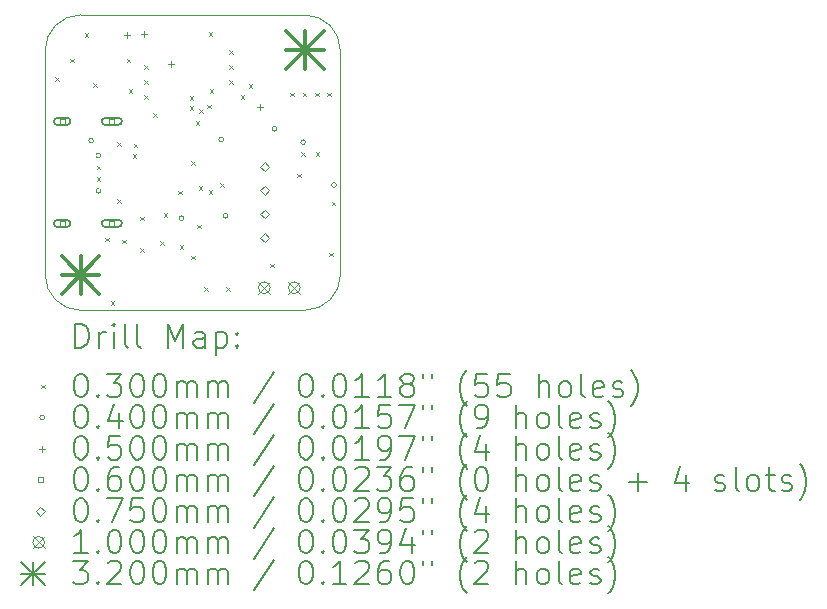
<source format=gbr>
%TF.GenerationSoftware,KiCad,Pcbnew,7.0.7*%
%TF.CreationDate,2024-03-07T17:34:28-08:00*%
%TF.ProjectId,magn_angle_sensor_v2,6d61676e-5f61-46e6-976c-655f73656e73,rev?*%
%TF.SameCoordinates,Original*%
%TF.FileFunction,Drillmap*%
%TF.FilePolarity,Positive*%
%FSLAX45Y45*%
G04 Gerber Fmt 4.5, Leading zero omitted, Abs format (unit mm)*
G04 Created by KiCad (PCBNEW 7.0.7) date 2024-03-07 17:34:28*
%MOMM*%
%LPD*%
G01*
G04 APERTURE LIST*
%ADD10C,0.100000*%
%ADD11C,0.200000*%
%ADD12C,0.030000*%
%ADD13C,0.040000*%
%ADD14C,0.050000*%
%ADD15C,0.060000*%
%ADD16C,0.075000*%
%ADD17C,0.320000*%
G04 APERTURE END LIST*
D10*
X4500000Y-4200000D02*
X4500000Y-2300000D01*
X4500000Y-2300000D02*
G75*
G03*
X4200000Y-2000000I-300000J0D01*
G01*
X4200000Y-2000000D02*
X2300000Y-2000000D01*
X2300000Y-4500000D02*
X4200000Y-4500000D01*
X2300000Y-2000000D02*
G75*
G03*
X2000000Y-2300000I0J-300000D01*
G01*
X2000000Y-2300000D02*
X2000000Y-4200000D01*
X4200000Y-4500000D02*
G75*
G03*
X4500000Y-4200000I0J300000D01*
G01*
X2000000Y-4200000D02*
G75*
G03*
X2300000Y-4500000I300000J0D01*
G01*
D11*
D12*
X2084000Y-2528000D02*
X2114000Y-2558000D01*
X2114000Y-2528000D02*
X2084000Y-2558000D01*
X2215000Y-2370000D02*
X2245000Y-2400000D01*
X2245000Y-2370000D02*
X2215000Y-2400000D01*
X2335000Y-2155000D02*
X2365000Y-2185000D01*
X2365000Y-2155000D02*
X2335000Y-2185000D01*
X2409000Y-2578000D02*
X2439000Y-2608000D01*
X2439000Y-2578000D02*
X2409000Y-2608000D01*
X2436000Y-3275000D02*
X2466000Y-3305000D01*
X2466000Y-3275000D02*
X2436000Y-3305000D01*
X2436000Y-3375000D02*
X2466000Y-3405000D01*
X2466000Y-3375000D02*
X2436000Y-3405000D01*
X2510000Y-3885000D02*
X2540000Y-3915000D01*
X2540000Y-3885000D02*
X2510000Y-3915000D01*
X2555000Y-4425000D02*
X2585000Y-4455000D01*
X2585000Y-4425000D02*
X2555000Y-4455000D01*
X2610000Y-3078000D02*
X2640000Y-3108000D01*
X2640000Y-3078000D02*
X2610000Y-3108000D01*
X2610000Y-3558000D02*
X2640000Y-3588000D01*
X2640000Y-3558000D02*
X2610000Y-3588000D01*
X2655000Y-3904000D02*
X2685000Y-3934000D01*
X2685000Y-3904000D02*
X2655000Y-3934000D01*
X2690000Y-2370000D02*
X2720000Y-2400000D01*
X2720000Y-2370000D02*
X2690000Y-2400000D01*
X2706391Y-2626609D02*
X2736391Y-2656609D01*
X2736391Y-2626609D02*
X2706391Y-2656609D01*
X2742966Y-3178331D02*
X2772966Y-3208331D01*
X2772966Y-3178331D02*
X2742966Y-3208331D01*
X2749737Y-3091995D02*
X2779737Y-3121995D01*
X2779737Y-3091995D02*
X2749737Y-3121995D01*
X2807450Y-3710000D02*
X2837450Y-3740000D01*
X2837450Y-3710000D02*
X2807450Y-3740000D01*
X2807450Y-3975000D02*
X2837450Y-4005000D01*
X2837450Y-3975000D02*
X2807450Y-4005000D01*
X2840000Y-2426500D02*
X2870000Y-2456500D01*
X2870000Y-2426500D02*
X2840000Y-2456500D01*
X2840000Y-2553500D02*
X2870000Y-2583500D01*
X2870000Y-2553500D02*
X2840000Y-2583500D01*
X2840000Y-2680500D02*
X2870000Y-2710500D01*
X2870000Y-2680500D02*
X2840000Y-2710500D01*
X2917635Y-2833906D02*
X2947635Y-2863906D01*
X2947635Y-2833906D02*
X2917635Y-2863906D01*
X2975000Y-3915000D02*
X3005000Y-3945000D01*
X3005000Y-3915000D02*
X2975000Y-3945000D01*
X3005000Y-3679550D02*
X3035000Y-3709550D01*
X3035000Y-3679550D02*
X3005000Y-3709550D01*
X3127358Y-3489950D02*
X3157358Y-3519950D01*
X3157358Y-3489950D02*
X3127358Y-3519950D01*
X3140000Y-3950000D02*
X3170000Y-3980000D01*
X3170000Y-3950000D02*
X3140000Y-3980000D01*
X3222717Y-2689733D02*
X3252717Y-2719733D01*
X3252717Y-2689733D02*
X3222717Y-2719733D01*
X3226000Y-2771000D02*
X3256000Y-2801000D01*
X3256000Y-2771000D02*
X3226000Y-2801000D01*
X3235000Y-3240000D02*
X3265000Y-3270000D01*
X3265000Y-3240000D02*
X3235000Y-3270000D01*
X3235000Y-4040000D02*
X3265000Y-4070000D01*
X3265000Y-4040000D02*
X3235000Y-4070000D01*
X3275000Y-2900000D02*
X3305000Y-2930000D01*
X3305000Y-2900000D02*
X3275000Y-2930000D01*
X3290000Y-3775000D02*
X3320000Y-3805000D01*
X3320000Y-3775000D02*
X3290000Y-3805000D01*
X3300000Y-3449950D02*
X3330000Y-3479950D01*
X3330000Y-3449950D02*
X3300000Y-3479950D01*
X3304898Y-2800271D02*
X3334898Y-2830271D01*
X3334898Y-2800271D02*
X3304898Y-2830271D01*
X3345000Y-4305000D02*
X3375000Y-4335000D01*
X3375000Y-4305000D02*
X3345000Y-4335000D01*
X3373905Y-2759898D02*
X3403905Y-2789898D01*
X3403905Y-2759898D02*
X3373905Y-2789898D01*
X3383689Y-3486039D02*
X3413689Y-3516039D01*
X3413689Y-3486039D02*
X3383689Y-3516039D01*
X3385000Y-2145000D02*
X3415000Y-2175000D01*
X3415000Y-2145000D02*
X3385000Y-2175000D01*
X3395000Y-2630000D02*
X3425000Y-2660000D01*
X3425000Y-2630000D02*
X3395000Y-2660000D01*
X3485050Y-3423667D02*
X3515050Y-3453667D01*
X3515050Y-3423667D02*
X3485050Y-3453667D01*
X3535000Y-4305000D02*
X3565000Y-4335000D01*
X3565000Y-4305000D02*
X3535000Y-4335000D01*
X3560000Y-2299500D02*
X3590000Y-2329500D01*
X3590000Y-2299500D02*
X3560000Y-2329500D01*
X3560000Y-2426500D02*
X3590000Y-2456500D01*
X3590000Y-2426500D02*
X3560000Y-2456500D01*
X3560000Y-2553500D02*
X3590000Y-2583500D01*
X3590000Y-2553500D02*
X3560000Y-2583500D01*
X3655000Y-2680500D02*
X3685000Y-2710500D01*
X3685000Y-2680500D02*
X3655000Y-2710500D01*
X3725000Y-2585000D02*
X3755000Y-2615000D01*
X3755000Y-2585000D02*
X3725000Y-2615000D01*
X3905000Y-4105000D02*
X3935000Y-4135000D01*
X3935000Y-4105000D02*
X3905000Y-4135000D01*
X4075000Y-2660000D02*
X4105000Y-2690000D01*
X4105000Y-2660000D02*
X4075000Y-2690000D01*
X4135000Y-3345000D02*
X4165000Y-3375000D01*
X4165000Y-3345000D02*
X4135000Y-3375000D01*
X4170000Y-3160000D02*
X4200000Y-3190000D01*
X4200000Y-3160000D02*
X4170000Y-3190000D01*
X4180000Y-2660000D02*
X4210000Y-2690000D01*
X4210000Y-2660000D02*
X4180000Y-2690000D01*
X4285000Y-2660000D02*
X4315000Y-2690000D01*
X4315000Y-2660000D02*
X4285000Y-2690000D01*
X4290000Y-3160000D02*
X4320000Y-3190000D01*
X4320000Y-3160000D02*
X4290000Y-3190000D01*
X4390000Y-2660000D02*
X4420000Y-2690000D01*
X4420000Y-2660000D02*
X4390000Y-2690000D01*
X4405000Y-4015000D02*
X4435000Y-4045000D01*
X4435000Y-4015000D02*
X4405000Y-4045000D01*
X4425000Y-3580000D02*
X4455000Y-3610000D01*
X4455000Y-3580000D02*
X4425000Y-3610000D01*
D13*
X2410000Y-3065000D02*
G75*
G03*
X2410000Y-3065000I-20000J0D01*
G01*
X2471000Y-3190000D02*
G75*
G03*
X2471000Y-3190000I-20000J0D01*
G01*
X2471000Y-3490000D02*
G75*
G03*
X2471000Y-3490000I-20000J0D01*
G01*
X3175000Y-3720000D02*
G75*
G03*
X3175000Y-3720000I-20000J0D01*
G01*
X3511685Y-3054482D02*
G75*
G03*
X3511685Y-3054482I-20000J0D01*
G01*
X3546129Y-3701490D02*
G75*
G03*
X3546129Y-3701490I-20000J0D01*
G01*
X3962000Y-2965000D02*
G75*
G03*
X3962000Y-2965000I-20000J0D01*
G01*
X4205000Y-3077000D02*
G75*
G03*
X4205000Y-3077000I-20000J0D01*
G01*
X4465000Y-3440000D02*
G75*
G03*
X4465000Y-3440000I-20000J0D01*
G01*
D14*
X2690000Y-2145000D02*
X2690000Y-2195000D01*
X2665000Y-2170000D02*
X2715000Y-2170000D01*
X2835000Y-2140000D02*
X2835000Y-2190000D01*
X2810000Y-2165000D02*
X2860000Y-2165000D01*
X3065000Y-2390000D02*
X3065000Y-2440000D01*
X3040000Y-2415000D02*
X3090000Y-2415000D01*
X3820000Y-2755000D02*
X3820000Y-2805000D01*
X3795000Y-2780000D02*
X3845000Y-2780000D01*
D15*
X2166213Y-2922213D02*
X2166213Y-2879787D01*
X2123787Y-2879787D01*
X2123787Y-2922213D01*
X2166213Y-2922213D01*
D11*
X2185000Y-2871000D02*
X2105000Y-2871000D01*
X2105000Y-2871000D02*
G75*
G03*
X2105000Y-2931000I0J-30000D01*
G01*
X2105000Y-2931000D02*
X2185000Y-2931000D01*
X2185000Y-2931000D02*
G75*
G03*
X2185000Y-2871000I0J30000D01*
G01*
D15*
X2166213Y-3786213D02*
X2166213Y-3743787D01*
X2123787Y-3743787D01*
X2123787Y-3786213D01*
X2166213Y-3786213D01*
D11*
X2185000Y-3735000D02*
X2105000Y-3735000D01*
X2105000Y-3735000D02*
G75*
G03*
X2105000Y-3795000I0J-30000D01*
G01*
X2105000Y-3795000D02*
X2185000Y-3795000D01*
X2185000Y-3795000D02*
G75*
G03*
X2185000Y-3735000I0J30000D01*
G01*
D15*
X2586213Y-2922213D02*
X2586213Y-2879787D01*
X2543787Y-2879787D01*
X2543787Y-2922213D01*
X2586213Y-2922213D01*
D11*
X2620000Y-2871000D02*
X2510000Y-2871000D01*
X2510000Y-2871000D02*
G75*
G03*
X2510000Y-2931000I0J-30000D01*
G01*
X2510000Y-2931000D02*
X2620000Y-2931000D01*
X2620000Y-2931000D02*
G75*
G03*
X2620000Y-2871000I0J30000D01*
G01*
D15*
X2586213Y-3786213D02*
X2586213Y-3743787D01*
X2543787Y-3743787D01*
X2543787Y-3786213D01*
X2586213Y-3786213D01*
D11*
X2620000Y-3735000D02*
X2510000Y-3735000D01*
X2510000Y-3735000D02*
G75*
G03*
X2510000Y-3795000I0J-30000D01*
G01*
X2510000Y-3795000D02*
X2620000Y-3795000D01*
X2620000Y-3795000D02*
G75*
G03*
X2620000Y-3735000I0J30000D01*
G01*
D16*
X3860000Y-3322500D02*
X3897500Y-3285000D01*
X3860000Y-3247500D01*
X3822500Y-3285000D01*
X3860000Y-3322500D01*
X3860000Y-3522500D02*
X3897500Y-3485000D01*
X3860000Y-3447500D01*
X3822500Y-3485000D01*
X3860000Y-3522500D01*
X3860000Y-3722500D02*
X3897500Y-3685000D01*
X3860000Y-3647500D01*
X3822500Y-3685000D01*
X3860000Y-3722500D01*
X3860000Y-3922500D02*
X3897500Y-3885000D01*
X3860000Y-3847500D01*
X3822500Y-3885000D01*
X3860000Y-3922500D01*
D10*
X3806000Y-4260000D02*
X3906000Y-4360000D01*
X3906000Y-4260000D02*
X3806000Y-4360000D01*
X3906000Y-4310000D02*
G75*
G03*
X3906000Y-4310000I-50000J0D01*
G01*
X4060000Y-4260000D02*
X4160000Y-4360000D01*
X4160000Y-4260000D02*
X4060000Y-4360000D01*
X4160000Y-4310000D02*
G75*
G03*
X4160000Y-4310000I-50000J0D01*
G01*
D17*
X2140000Y-4040000D02*
X2460000Y-4360000D01*
X2460000Y-4040000D02*
X2140000Y-4360000D01*
X2300000Y-4040000D02*
X2300000Y-4360000D01*
X2140000Y-4200000D02*
X2460000Y-4200000D01*
X4040000Y-2140000D02*
X4360000Y-2460000D01*
X4360000Y-2140000D02*
X4040000Y-2460000D01*
X4200000Y-2140000D02*
X4200000Y-2460000D01*
X4040000Y-2300000D02*
X4360000Y-2300000D01*
D11*
X2255777Y-4816484D02*
X2255777Y-4616484D01*
X2255777Y-4616484D02*
X2303396Y-4616484D01*
X2303396Y-4616484D02*
X2331967Y-4626008D01*
X2331967Y-4626008D02*
X2351015Y-4645055D01*
X2351015Y-4645055D02*
X2360539Y-4664103D01*
X2360539Y-4664103D02*
X2370063Y-4702198D01*
X2370063Y-4702198D02*
X2370063Y-4730770D01*
X2370063Y-4730770D02*
X2360539Y-4768865D01*
X2360539Y-4768865D02*
X2351015Y-4787912D01*
X2351015Y-4787912D02*
X2331967Y-4806960D01*
X2331967Y-4806960D02*
X2303396Y-4816484D01*
X2303396Y-4816484D02*
X2255777Y-4816484D01*
X2455777Y-4816484D02*
X2455777Y-4683150D01*
X2455777Y-4721246D02*
X2465301Y-4702198D01*
X2465301Y-4702198D02*
X2474824Y-4692674D01*
X2474824Y-4692674D02*
X2493872Y-4683150D01*
X2493872Y-4683150D02*
X2512920Y-4683150D01*
X2579586Y-4816484D02*
X2579586Y-4683150D01*
X2579586Y-4616484D02*
X2570063Y-4626008D01*
X2570063Y-4626008D02*
X2579586Y-4635531D01*
X2579586Y-4635531D02*
X2589110Y-4626008D01*
X2589110Y-4626008D02*
X2579586Y-4616484D01*
X2579586Y-4616484D02*
X2579586Y-4635531D01*
X2703396Y-4816484D02*
X2684348Y-4806960D01*
X2684348Y-4806960D02*
X2674824Y-4787912D01*
X2674824Y-4787912D02*
X2674824Y-4616484D01*
X2808158Y-4816484D02*
X2789110Y-4806960D01*
X2789110Y-4806960D02*
X2779586Y-4787912D01*
X2779586Y-4787912D02*
X2779586Y-4616484D01*
X3036729Y-4816484D02*
X3036729Y-4616484D01*
X3036729Y-4616484D02*
X3103396Y-4759341D01*
X3103396Y-4759341D02*
X3170062Y-4616484D01*
X3170062Y-4616484D02*
X3170062Y-4816484D01*
X3351015Y-4816484D02*
X3351015Y-4711722D01*
X3351015Y-4711722D02*
X3341491Y-4692674D01*
X3341491Y-4692674D02*
X3322443Y-4683150D01*
X3322443Y-4683150D02*
X3284348Y-4683150D01*
X3284348Y-4683150D02*
X3265301Y-4692674D01*
X3351015Y-4806960D02*
X3331967Y-4816484D01*
X3331967Y-4816484D02*
X3284348Y-4816484D01*
X3284348Y-4816484D02*
X3265301Y-4806960D01*
X3265301Y-4806960D02*
X3255777Y-4787912D01*
X3255777Y-4787912D02*
X3255777Y-4768865D01*
X3255777Y-4768865D02*
X3265301Y-4749817D01*
X3265301Y-4749817D02*
X3284348Y-4740293D01*
X3284348Y-4740293D02*
X3331967Y-4740293D01*
X3331967Y-4740293D02*
X3351015Y-4730770D01*
X3446253Y-4683150D02*
X3446253Y-4883150D01*
X3446253Y-4692674D02*
X3465301Y-4683150D01*
X3465301Y-4683150D02*
X3503396Y-4683150D01*
X3503396Y-4683150D02*
X3522443Y-4692674D01*
X3522443Y-4692674D02*
X3531967Y-4702198D01*
X3531967Y-4702198D02*
X3541491Y-4721246D01*
X3541491Y-4721246D02*
X3541491Y-4778389D01*
X3541491Y-4778389D02*
X3531967Y-4797436D01*
X3531967Y-4797436D02*
X3522443Y-4806960D01*
X3522443Y-4806960D02*
X3503396Y-4816484D01*
X3503396Y-4816484D02*
X3465301Y-4816484D01*
X3465301Y-4816484D02*
X3446253Y-4806960D01*
X3627205Y-4797436D02*
X3636729Y-4806960D01*
X3636729Y-4806960D02*
X3627205Y-4816484D01*
X3627205Y-4816484D02*
X3617682Y-4806960D01*
X3617682Y-4806960D02*
X3627205Y-4797436D01*
X3627205Y-4797436D02*
X3627205Y-4816484D01*
X3627205Y-4692674D02*
X3636729Y-4702198D01*
X3636729Y-4702198D02*
X3627205Y-4711722D01*
X3627205Y-4711722D02*
X3617682Y-4702198D01*
X3617682Y-4702198D02*
X3627205Y-4692674D01*
X3627205Y-4692674D02*
X3627205Y-4711722D01*
D12*
X1965000Y-5130000D02*
X1995000Y-5160000D01*
X1995000Y-5130000D02*
X1965000Y-5160000D01*
D11*
X2293872Y-5036484D02*
X2312920Y-5036484D01*
X2312920Y-5036484D02*
X2331967Y-5046008D01*
X2331967Y-5046008D02*
X2341491Y-5055531D01*
X2341491Y-5055531D02*
X2351015Y-5074579D01*
X2351015Y-5074579D02*
X2360539Y-5112674D01*
X2360539Y-5112674D02*
X2360539Y-5160293D01*
X2360539Y-5160293D02*
X2351015Y-5198389D01*
X2351015Y-5198389D02*
X2341491Y-5217436D01*
X2341491Y-5217436D02*
X2331967Y-5226960D01*
X2331967Y-5226960D02*
X2312920Y-5236484D01*
X2312920Y-5236484D02*
X2293872Y-5236484D01*
X2293872Y-5236484D02*
X2274824Y-5226960D01*
X2274824Y-5226960D02*
X2265301Y-5217436D01*
X2265301Y-5217436D02*
X2255777Y-5198389D01*
X2255777Y-5198389D02*
X2246253Y-5160293D01*
X2246253Y-5160293D02*
X2246253Y-5112674D01*
X2246253Y-5112674D02*
X2255777Y-5074579D01*
X2255777Y-5074579D02*
X2265301Y-5055531D01*
X2265301Y-5055531D02*
X2274824Y-5046008D01*
X2274824Y-5046008D02*
X2293872Y-5036484D01*
X2446253Y-5217436D02*
X2455777Y-5226960D01*
X2455777Y-5226960D02*
X2446253Y-5236484D01*
X2446253Y-5236484D02*
X2436729Y-5226960D01*
X2436729Y-5226960D02*
X2446253Y-5217436D01*
X2446253Y-5217436D02*
X2446253Y-5236484D01*
X2522444Y-5036484D02*
X2646253Y-5036484D01*
X2646253Y-5036484D02*
X2579586Y-5112674D01*
X2579586Y-5112674D02*
X2608158Y-5112674D01*
X2608158Y-5112674D02*
X2627205Y-5122198D01*
X2627205Y-5122198D02*
X2636729Y-5131722D01*
X2636729Y-5131722D02*
X2646253Y-5150770D01*
X2646253Y-5150770D02*
X2646253Y-5198389D01*
X2646253Y-5198389D02*
X2636729Y-5217436D01*
X2636729Y-5217436D02*
X2627205Y-5226960D01*
X2627205Y-5226960D02*
X2608158Y-5236484D01*
X2608158Y-5236484D02*
X2551015Y-5236484D01*
X2551015Y-5236484D02*
X2531967Y-5226960D01*
X2531967Y-5226960D02*
X2522444Y-5217436D01*
X2770063Y-5036484D02*
X2789110Y-5036484D01*
X2789110Y-5036484D02*
X2808158Y-5046008D01*
X2808158Y-5046008D02*
X2817682Y-5055531D01*
X2817682Y-5055531D02*
X2827205Y-5074579D01*
X2827205Y-5074579D02*
X2836729Y-5112674D01*
X2836729Y-5112674D02*
X2836729Y-5160293D01*
X2836729Y-5160293D02*
X2827205Y-5198389D01*
X2827205Y-5198389D02*
X2817682Y-5217436D01*
X2817682Y-5217436D02*
X2808158Y-5226960D01*
X2808158Y-5226960D02*
X2789110Y-5236484D01*
X2789110Y-5236484D02*
X2770063Y-5236484D01*
X2770063Y-5236484D02*
X2751015Y-5226960D01*
X2751015Y-5226960D02*
X2741491Y-5217436D01*
X2741491Y-5217436D02*
X2731967Y-5198389D01*
X2731967Y-5198389D02*
X2722444Y-5160293D01*
X2722444Y-5160293D02*
X2722444Y-5112674D01*
X2722444Y-5112674D02*
X2731967Y-5074579D01*
X2731967Y-5074579D02*
X2741491Y-5055531D01*
X2741491Y-5055531D02*
X2751015Y-5046008D01*
X2751015Y-5046008D02*
X2770063Y-5036484D01*
X2960539Y-5036484D02*
X2979586Y-5036484D01*
X2979586Y-5036484D02*
X2998634Y-5046008D01*
X2998634Y-5046008D02*
X3008158Y-5055531D01*
X3008158Y-5055531D02*
X3017682Y-5074579D01*
X3017682Y-5074579D02*
X3027205Y-5112674D01*
X3027205Y-5112674D02*
X3027205Y-5160293D01*
X3027205Y-5160293D02*
X3017682Y-5198389D01*
X3017682Y-5198389D02*
X3008158Y-5217436D01*
X3008158Y-5217436D02*
X2998634Y-5226960D01*
X2998634Y-5226960D02*
X2979586Y-5236484D01*
X2979586Y-5236484D02*
X2960539Y-5236484D01*
X2960539Y-5236484D02*
X2941491Y-5226960D01*
X2941491Y-5226960D02*
X2931967Y-5217436D01*
X2931967Y-5217436D02*
X2922443Y-5198389D01*
X2922443Y-5198389D02*
X2912920Y-5160293D01*
X2912920Y-5160293D02*
X2912920Y-5112674D01*
X2912920Y-5112674D02*
X2922443Y-5074579D01*
X2922443Y-5074579D02*
X2931967Y-5055531D01*
X2931967Y-5055531D02*
X2941491Y-5046008D01*
X2941491Y-5046008D02*
X2960539Y-5036484D01*
X3112920Y-5236484D02*
X3112920Y-5103150D01*
X3112920Y-5122198D02*
X3122443Y-5112674D01*
X3122443Y-5112674D02*
X3141491Y-5103150D01*
X3141491Y-5103150D02*
X3170063Y-5103150D01*
X3170063Y-5103150D02*
X3189110Y-5112674D01*
X3189110Y-5112674D02*
X3198634Y-5131722D01*
X3198634Y-5131722D02*
X3198634Y-5236484D01*
X3198634Y-5131722D02*
X3208158Y-5112674D01*
X3208158Y-5112674D02*
X3227205Y-5103150D01*
X3227205Y-5103150D02*
X3255777Y-5103150D01*
X3255777Y-5103150D02*
X3274824Y-5112674D01*
X3274824Y-5112674D02*
X3284348Y-5131722D01*
X3284348Y-5131722D02*
X3284348Y-5236484D01*
X3379586Y-5236484D02*
X3379586Y-5103150D01*
X3379586Y-5122198D02*
X3389110Y-5112674D01*
X3389110Y-5112674D02*
X3408158Y-5103150D01*
X3408158Y-5103150D02*
X3436729Y-5103150D01*
X3436729Y-5103150D02*
X3455777Y-5112674D01*
X3455777Y-5112674D02*
X3465301Y-5131722D01*
X3465301Y-5131722D02*
X3465301Y-5236484D01*
X3465301Y-5131722D02*
X3474824Y-5112674D01*
X3474824Y-5112674D02*
X3493872Y-5103150D01*
X3493872Y-5103150D02*
X3522443Y-5103150D01*
X3522443Y-5103150D02*
X3541491Y-5112674D01*
X3541491Y-5112674D02*
X3551015Y-5131722D01*
X3551015Y-5131722D02*
X3551015Y-5236484D01*
X3941491Y-5026960D02*
X3770063Y-5284103D01*
X4198634Y-5036484D02*
X4217682Y-5036484D01*
X4217682Y-5036484D02*
X4236729Y-5046008D01*
X4236729Y-5046008D02*
X4246253Y-5055531D01*
X4246253Y-5055531D02*
X4255777Y-5074579D01*
X4255777Y-5074579D02*
X4265301Y-5112674D01*
X4265301Y-5112674D02*
X4265301Y-5160293D01*
X4265301Y-5160293D02*
X4255777Y-5198389D01*
X4255777Y-5198389D02*
X4246253Y-5217436D01*
X4246253Y-5217436D02*
X4236729Y-5226960D01*
X4236729Y-5226960D02*
X4217682Y-5236484D01*
X4217682Y-5236484D02*
X4198634Y-5236484D01*
X4198634Y-5236484D02*
X4179586Y-5226960D01*
X4179586Y-5226960D02*
X4170063Y-5217436D01*
X4170063Y-5217436D02*
X4160539Y-5198389D01*
X4160539Y-5198389D02*
X4151015Y-5160293D01*
X4151015Y-5160293D02*
X4151015Y-5112674D01*
X4151015Y-5112674D02*
X4160539Y-5074579D01*
X4160539Y-5074579D02*
X4170063Y-5055531D01*
X4170063Y-5055531D02*
X4179586Y-5046008D01*
X4179586Y-5046008D02*
X4198634Y-5036484D01*
X4351015Y-5217436D02*
X4360539Y-5226960D01*
X4360539Y-5226960D02*
X4351015Y-5236484D01*
X4351015Y-5236484D02*
X4341491Y-5226960D01*
X4341491Y-5226960D02*
X4351015Y-5217436D01*
X4351015Y-5217436D02*
X4351015Y-5236484D01*
X4484348Y-5036484D02*
X4503396Y-5036484D01*
X4503396Y-5036484D02*
X4522444Y-5046008D01*
X4522444Y-5046008D02*
X4531968Y-5055531D01*
X4531968Y-5055531D02*
X4541491Y-5074579D01*
X4541491Y-5074579D02*
X4551015Y-5112674D01*
X4551015Y-5112674D02*
X4551015Y-5160293D01*
X4551015Y-5160293D02*
X4541491Y-5198389D01*
X4541491Y-5198389D02*
X4531968Y-5217436D01*
X4531968Y-5217436D02*
X4522444Y-5226960D01*
X4522444Y-5226960D02*
X4503396Y-5236484D01*
X4503396Y-5236484D02*
X4484348Y-5236484D01*
X4484348Y-5236484D02*
X4465301Y-5226960D01*
X4465301Y-5226960D02*
X4455777Y-5217436D01*
X4455777Y-5217436D02*
X4446253Y-5198389D01*
X4446253Y-5198389D02*
X4436729Y-5160293D01*
X4436729Y-5160293D02*
X4436729Y-5112674D01*
X4436729Y-5112674D02*
X4446253Y-5074579D01*
X4446253Y-5074579D02*
X4455777Y-5055531D01*
X4455777Y-5055531D02*
X4465301Y-5046008D01*
X4465301Y-5046008D02*
X4484348Y-5036484D01*
X4741491Y-5236484D02*
X4627206Y-5236484D01*
X4684348Y-5236484D02*
X4684348Y-5036484D01*
X4684348Y-5036484D02*
X4665301Y-5065055D01*
X4665301Y-5065055D02*
X4646253Y-5084103D01*
X4646253Y-5084103D02*
X4627206Y-5093627D01*
X4931968Y-5236484D02*
X4817682Y-5236484D01*
X4874825Y-5236484D02*
X4874825Y-5036484D01*
X4874825Y-5036484D02*
X4855777Y-5065055D01*
X4855777Y-5065055D02*
X4836729Y-5084103D01*
X4836729Y-5084103D02*
X4817682Y-5093627D01*
X5046253Y-5122198D02*
X5027206Y-5112674D01*
X5027206Y-5112674D02*
X5017682Y-5103150D01*
X5017682Y-5103150D02*
X5008158Y-5084103D01*
X5008158Y-5084103D02*
X5008158Y-5074579D01*
X5008158Y-5074579D02*
X5017682Y-5055531D01*
X5017682Y-5055531D02*
X5027206Y-5046008D01*
X5027206Y-5046008D02*
X5046253Y-5036484D01*
X5046253Y-5036484D02*
X5084349Y-5036484D01*
X5084349Y-5036484D02*
X5103396Y-5046008D01*
X5103396Y-5046008D02*
X5112920Y-5055531D01*
X5112920Y-5055531D02*
X5122444Y-5074579D01*
X5122444Y-5074579D02*
X5122444Y-5084103D01*
X5122444Y-5084103D02*
X5112920Y-5103150D01*
X5112920Y-5103150D02*
X5103396Y-5112674D01*
X5103396Y-5112674D02*
X5084349Y-5122198D01*
X5084349Y-5122198D02*
X5046253Y-5122198D01*
X5046253Y-5122198D02*
X5027206Y-5131722D01*
X5027206Y-5131722D02*
X5017682Y-5141246D01*
X5017682Y-5141246D02*
X5008158Y-5160293D01*
X5008158Y-5160293D02*
X5008158Y-5198389D01*
X5008158Y-5198389D02*
X5017682Y-5217436D01*
X5017682Y-5217436D02*
X5027206Y-5226960D01*
X5027206Y-5226960D02*
X5046253Y-5236484D01*
X5046253Y-5236484D02*
X5084349Y-5236484D01*
X5084349Y-5236484D02*
X5103396Y-5226960D01*
X5103396Y-5226960D02*
X5112920Y-5217436D01*
X5112920Y-5217436D02*
X5122444Y-5198389D01*
X5122444Y-5198389D02*
X5122444Y-5160293D01*
X5122444Y-5160293D02*
X5112920Y-5141246D01*
X5112920Y-5141246D02*
X5103396Y-5131722D01*
X5103396Y-5131722D02*
X5084349Y-5122198D01*
X5198634Y-5036484D02*
X5198634Y-5074579D01*
X5274825Y-5036484D02*
X5274825Y-5074579D01*
X5570063Y-5312674D02*
X5560539Y-5303150D01*
X5560539Y-5303150D02*
X5541491Y-5274579D01*
X5541491Y-5274579D02*
X5531968Y-5255531D01*
X5531968Y-5255531D02*
X5522444Y-5226960D01*
X5522444Y-5226960D02*
X5512920Y-5179341D01*
X5512920Y-5179341D02*
X5512920Y-5141246D01*
X5512920Y-5141246D02*
X5522444Y-5093627D01*
X5522444Y-5093627D02*
X5531968Y-5065055D01*
X5531968Y-5065055D02*
X5541491Y-5046008D01*
X5541491Y-5046008D02*
X5560539Y-5017436D01*
X5560539Y-5017436D02*
X5570063Y-5007912D01*
X5741491Y-5036484D02*
X5646253Y-5036484D01*
X5646253Y-5036484D02*
X5636729Y-5131722D01*
X5636729Y-5131722D02*
X5646253Y-5122198D01*
X5646253Y-5122198D02*
X5665301Y-5112674D01*
X5665301Y-5112674D02*
X5712920Y-5112674D01*
X5712920Y-5112674D02*
X5731968Y-5122198D01*
X5731968Y-5122198D02*
X5741491Y-5131722D01*
X5741491Y-5131722D02*
X5751015Y-5150770D01*
X5751015Y-5150770D02*
X5751015Y-5198389D01*
X5751015Y-5198389D02*
X5741491Y-5217436D01*
X5741491Y-5217436D02*
X5731968Y-5226960D01*
X5731968Y-5226960D02*
X5712920Y-5236484D01*
X5712920Y-5236484D02*
X5665301Y-5236484D01*
X5665301Y-5236484D02*
X5646253Y-5226960D01*
X5646253Y-5226960D02*
X5636729Y-5217436D01*
X5931968Y-5036484D02*
X5836729Y-5036484D01*
X5836729Y-5036484D02*
X5827206Y-5131722D01*
X5827206Y-5131722D02*
X5836729Y-5122198D01*
X5836729Y-5122198D02*
X5855777Y-5112674D01*
X5855777Y-5112674D02*
X5903396Y-5112674D01*
X5903396Y-5112674D02*
X5922444Y-5122198D01*
X5922444Y-5122198D02*
X5931968Y-5131722D01*
X5931968Y-5131722D02*
X5941491Y-5150770D01*
X5941491Y-5150770D02*
X5941491Y-5198389D01*
X5941491Y-5198389D02*
X5931968Y-5217436D01*
X5931968Y-5217436D02*
X5922444Y-5226960D01*
X5922444Y-5226960D02*
X5903396Y-5236484D01*
X5903396Y-5236484D02*
X5855777Y-5236484D01*
X5855777Y-5236484D02*
X5836729Y-5226960D01*
X5836729Y-5226960D02*
X5827206Y-5217436D01*
X6179587Y-5236484D02*
X6179587Y-5036484D01*
X6265301Y-5236484D02*
X6265301Y-5131722D01*
X6265301Y-5131722D02*
X6255777Y-5112674D01*
X6255777Y-5112674D02*
X6236730Y-5103150D01*
X6236730Y-5103150D02*
X6208158Y-5103150D01*
X6208158Y-5103150D02*
X6189110Y-5112674D01*
X6189110Y-5112674D02*
X6179587Y-5122198D01*
X6389110Y-5236484D02*
X6370063Y-5226960D01*
X6370063Y-5226960D02*
X6360539Y-5217436D01*
X6360539Y-5217436D02*
X6351015Y-5198389D01*
X6351015Y-5198389D02*
X6351015Y-5141246D01*
X6351015Y-5141246D02*
X6360539Y-5122198D01*
X6360539Y-5122198D02*
X6370063Y-5112674D01*
X6370063Y-5112674D02*
X6389110Y-5103150D01*
X6389110Y-5103150D02*
X6417682Y-5103150D01*
X6417682Y-5103150D02*
X6436730Y-5112674D01*
X6436730Y-5112674D02*
X6446253Y-5122198D01*
X6446253Y-5122198D02*
X6455777Y-5141246D01*
X6455777Y-5141246D02*
X6455777Y-5198389D01*
X6455777Y-5198389D02*
X6446253Y-5217436D01*
X6446253Y-5217436D02*
X6436730Y-5226960D01*
X6436730Y-5226960D02*
X6417682Y-5236484D01*
X6417682Y-5236484D02*
X6389110Y-5236484D01*
X6570063Y-5236484D02*
X6551015Y-5226960D01*
X6551015Y-5226960D02*
X6541491Y-5207912D01*
X6541491Y-5207912D02*
X6541491Y-5036484D01*
X6722444Y-5226960D02*
X6703396Y-5236484D01*
X6703396Y-5236484D02*
X6665301Y-5236484D01*
X6665301Y-5236484D02*
X6646253Y-5226960D01*
X6646253Y-5226960D02*
X6636730Y-5207912D01*
X6636730Y-5207912D02*
X6636730Y-5131722D01*
X6636730Y-5131722D02*
X6646253Y-5112674D01*
X6646253Y-5112674D02*
X6665301Y-5103150D01*
X6665301Y-5103150D02*
X6703396Y-5103150D01*
X6703396Y-5103150D02*
X6722444Y-5112674D01*
X6722444Y-5112674D02*
X6731968Y-5131722D01*
X6731968Y-5131722D02*
X6731968Y-5150770D01*
X6731968Y-5150770D02*
X6636730Y-5169817D01*
X6808158Y-5226960D02*
X6827206Y-5236484D01*
X6827206Y-5236484D02*
X6865301Y-5236484D01*
X6865301Y-5236484D02*
X6884349Y-5226960D01*
X6884349Y-5226960D02*
X6893872Y-5207912D01*
X6893872Y-5207912D02*
X6893872Y-5198389D01*
X6893872Y-5198389D02*
X6884349Y-5179341D01*
X6884349Y-5179341D02*
X6865301Y-5169817D01*
X6865301Y-5169817D02*
X6836730Y-5169817D01*
X6836730Y-5169817D02*
X6817682Y-5160293D01*
X6817682Y-5160293D02*
X6808158Y-5141246D01*
X6808158Y-5141246D02*
X6808158Y-5131722D01*
X6808158Y-5131722D02*
X6817682Y-5112674D01*
X6817682Y-5112674D02*
X6836730Y-5103150D01*
X6836730Y-5103150D02*
X6865301Y-5103150D01*
X6865301Y-5103150D02*
X6884349Y-5112674D01*
X6960539Y-5312674D02*
X6970063Y-5303150D01*
X6970063Y-5303150D02*
X6989111Y-5274579D01*
X6989111Y-5274579D02*
X6998634Y-5255531D01*
X6998634Y-5255531D02*
X7008158Y-5226960D01*
X7008158Y-5226960D02*
X7017682Y-5179341D01*
X7017682Y-5179341D02*
X7017682Y-5141246D01*
X7017682Y-5141246D02*
X7008158Y-5093627D01*
X7008158Y-5093627D02*
X6998634Y-5065055D01*
X6998634Y-5065055D02*
X6989111Y-5046008D01*
X6989111Y-5046008D02*
X6970063Y-5017436D01*
X6970063Y-5017436D02*
X6960539Y-5007912D01*
D13*
X1995000Y-5409000D02*
G75*
G03*
X1995000Y-5409000I-20000J0D01*
G01*
D11*
X2293872Y-5300484D02*
X2312920Y-5300484D01*
X2312920Y-5300484D02*
X2331967Y-5310008D01*
X2331967Y-5310008D02*
X2341491Y-5319531D01*
X2341491Y-5319531D02*
X2351015Y-5338579D01*
X2351015Y-5338579D02*
X2360539Y-5376674D01*
X2360539Y-5376674D02*
X2360539Y-5424293D01*
X2360539Y-5424293D02*
X2351015Y-5462389D01*
X2351015Y-5462389D02*
X2341491Y-5481436D01*
X2341491Y-5481436D02*
X2331967Y-5490960D01*
X2331967Y-5490960D02*
X2312920Y-5500484D01*
X2312920Y-5500484D02*
X2293872Y-5500484D01*
X2293872Y-5500484D02*
X2274824Y-5490960D01*
X2274824Y-5490960D02*
X2265301Y-5481436D01*
X2265301Y-5481436D02*
X2255777Y-5462389D01*
X2255777Y-5462389D02*
X2246253Y-5424293D01*
X2246253Y-5424293D02*
X2246253Y-5376674D01*
X2246253Y-5376674D02*
X2255777Y-5338579D01*
X2255777Y-5338579D02*
X2265301Y-5319531D01*
X2265301Y-5319531D02*
X2274824Y-5310008D01*
X2274824Y-5310008D02*
X2293872Y-5300484D01*
X2446253Y-5481436D02*
X2455777Y-5490960D01*
X2455777Y-5490960D02*
X2446253Y-5500484D01*
X2446253Y-5500484D02*
X2436729Y-5490960D01*
X2436729Y-5490960D02*
X2446253Y-5481436D01*
X2446253Y-5481436D02*
X2446253Y-5500484D01*
X2627205Y-5367150D02*
X2627205Y-5500484D01*
X2579586Y-5290960D02*
X2531967Y-5433817D01*
X2531967Y-5433817D02*
X2655777Y-5433817D01*
X2770063Y-5300484D02*
X2789110Y-5300484D01*
X2789110Y-5300484D02*
X2808158Y-5310008D01*
X2808158Y-5310008D02*
X2817682Y-5319531D01*
X2817682Y-5319531D02*
X2827205Y-5338579D01*
X2827205Y-5338579D02*
X2836729Y-5376674D01*
X2836729Y-5376674D02*
X2836729Y-5424293D01*
X2836729Y-5424293D02*
X2827205Y-5462389D01*
X2827205Y-5462389D02*
X2817682Y-5481436D01*
X2817682Y-5481436D02*
X2808158Y-5490960D01*
X2808158Y-5490960D02*
X2789110Y-5500484D01*
X2789110Y-5500484D02*
X2770063Y-5500484D01*
X2770063Y-5500484D02*
X2751015Y-5490960D01*
X2751015Y-5490960D02*
X2741491Y-5481436D01*
X2741491Y-5481436D02*
X2731967Y-5462389D01*
X2731967Y-5462389D02*
X2722444Y-5424293D01*
X2722444Y-5424293D02*
X2722444Y-5376674D01*
X2722444Y-5376674D02*
X2731967Y-5338579D01*
X2731967Y-5338579D02*
X2741491Y-5319531D01*
X2741491Y-5319531D02*
X2751015Y-5310008D01*
X2751015Y-5310008D02*
X2770063Y-5300484D01*
X2960539Y-5300484D02*
X2979586Y-5300484D01*
X2979586Y-5300484D02*
X2998634Y-5310008D01*
X2998634Y-5310008D02*
X3008158Y-5319531D01*
X3008158Y-5319531D02*
X3017682Y-5338579D01*
X3017682Y-5338579D02*
X3027205Y-5376674D01*
X3027205Y-5376674D02*
X3027205Y-5424293D01*
X3027205Y-5424293D02*
X3017682Y-5462389D01*
X3017682Y-5462389D02*
X3008158Y-5481436D01*
X3008158Y-5481436D02*
X2998634Y-5490960D01*
X2998634Y-5490960D02*
X2979586Y-5500484D01*
X2979586Y-5500484D02*
X2960539Y-5500484D01*
X2960539Y-5500484D02*
X2941491Y-5490960D01*
X2941491Y-5490960D02*
X2931967Y-5481436D01*
X2931967Y-5481436D02*
X2922443Y-5462389D01*
X2922443Y-5462389D02*
X2912920Y-5424293D01*
X2912920Y-5424293D02*
X2912920Y-5376674D01*
X2912920Y-5376674D02*
X2922443Y-5338579D01*
X2922443Y-5338579D02*
X2931967Y-5319531D01*
X2931967Y-5319531D02*
X2941491Y-5310008D01*
X2941491Y-5310008D02*
X2960539Y-5300484D01*
X3112920Y-5500484D02*
X3112920Y-5367150D01*
X3112920Y-5386198D02*
X3122443Y-5376674D01*
X3122443Y-5376674D02*
X3141491Y-5367150D01*
X3141491Y-5367150D02*
X3170063Y-5367150D01*
X3170063Y-5367150D02*
X3189110Y-5376674D01*
X3189110Y-5376674D02*
X3198634Y-5395722D01*
X3198634Y-5395722D02*
X3198634Y-5500484D01*
X3198634Y-5395722D02*
X3208158Y-5376674D01*
X3208158Y-5376674D02*
X3227205Y-5367150D01*
X3227205Y-5367150D02*
X3255777Y-5367150D01*
X3255777Y-5367150D02*
X3274824Y-5376674D01*
X3274824Y-5376674D02*
X3284348Y-5395722D01*
X3284348Y-5395722D02*
X3284348Y-5500484D01*
X3379586Y-5500484D02*
X3379586Y-5367150D01*
X3379586Y-5386198D02*
X3389110Y-5376674D01*
X3389110Y-5376674D02*
X3408158Y-5367150D01*
X3408158Y-5367150D02*
X3436729Y-5367150D01*
X3436729Y-5367150D02*
X3455777Y-5376674D01*
X3455777Y-5376674D02*
X3465301Y-5395722D01*
X3465301Y-5395722D02*
X3465301Y-5500484D01*
X3465301Y-5395722D02*
X3474824Y-5376674D01*
X3474824Y-5376674D02*
X3493872Y-5367150D01*
X3493872Y-5367150D02*
X3522443Y-5367150D01*
X3522443Y-5367150D02*
X3541491Y-5376674D01*
X3541491Y-5376674D02*
X3551015Y-5395722D01*
X3551015Y-5395722D02*
X3551015Y-5500484D01*
X3941491Y-5290960D02*
X3770063Y-5548103D01*
X4198634Y-5300484D02*
X4217682Y-5300484D01*
X4217682Y-5300484D02*
X4236729Y-5310008D01*
X4236729Y-5310008D02*
X4246253Y-5319531D01*
X4246253Y-5319531D02*
X4255777Y-5338579D01*
X4255777Y-5338579D02*
X4265301Y-5376674D01*
X4265301Y-5376674D02*
X4265301Y-5424293D01*
X4265301Y-5424293D02*
X4255777Y-5462389D01*
X4255777Y-5462389D02*
X4246253Y-5481436D01*
X4246253Y-5481436D02*
X4236729Y-5490960D01*
X4236729Y-5490960D02*
X4217682Y-5500484D01*
X4217682Y-5500484D02*
X4198634Y-5500484D01*
X4198634Y-5500484D02*
X4179586Y-5490960D01*
X4179586Y-5490960D02*
X4170063Y-5481436D01*
X4170063Y-5481436D02*
X4160539Y-5462389D01*
X4160539Y-5462389D02*
X4151015Y-5424293D01*
X4151015Y-5424293D02*
X4151015Y-5376674D01*
X4151015Y-5376674D02*
X4160539Y-5338579D01*
X4160539Y-5338579D02*
X4170063Y-5319531D01*
X4170063Y-5319531D02*
X4179586Y-5310008D01*
X4179586Y-5310008D02*
X4198634Y-5300484D01*
X4351015Y-5481436D02*
X4360539Y-5490960D01*
X4360539Y-5490960D02*
X4351015Y-5500484D01*
X4351015Y-5500484D02*
X4341491Y-5490960D01*
X4341491Y-5490960D02*
X4351015Y-5481436D01*
X4351015Y-5481436D02*
X4351015Y-5500484D01*
X4484348Y-5300484D02*
X4503396Y-5300484D01*
X4503396Y-5300484D02*
X4522444Y-5310008D01*
X4522444Y-5310008D02*
X4531968Y-5319531D01*
X4531968Y-5319531D02*
X4541491Y-5338579D01*
X4541491Y-5338579D02*
X4551015Y-5376674D01*
X4551015Y-5376674D02*
X4551015Y-5424293D01*
X4551015Y-5424293D02*
X4541491Y-5462389D01*
X4541491Y-5462389D02*
X4531968Y-5481436D01*
X4531968Y-5481436D02*
X4522444Y-5490960D01*
X4522444Y-5490960D02*
X4503396Y-5500484D01*
X4503396Y-5500484D02*
X4484348Y-5500484D01*
X4484348Y-5500484D02*
X4465301Y-5490960D01*
X4465301Y-5490960D02*
X4455777Y-5481436D01*
X4455777Y-5481436D02*
X4446253Y-5462389D01*
X4446253Y-5462389D02*
X4436729Y-5424293D01*
X4436729Y-5424293D02*
X4436729Y-5376674D01*
X4436729Y-5376674D02*
X4446253Y-5338579D01*
X4446253Y-5338579D02*
X4455777Y-5319531D01*
X4455777Y-5319531D02*
X4465301Y-5310008D01*
X4465301Y-5310008D02*
X4484348Y-5300484D01*
X4741491Y-5500484D02*
X4627206Y-5500484D01*
X4684348Y-5500484D02*
X4684348Y-5300484D01*
X4684348Y-5300484D02*
X4665301Y-5329055D01*
X4665301Y-5329055D02*
X4646253Y-5348103D01*
X4646253Y-5348103D02*
X4627206Y-5357627D01*
X4922444Y-5300484D02*
X4827206Y-5300484D01*
X4827206Y-5300484D02*
X4817682Y-5395722D01*
X4817682Y-5395722D02*
X4827206Y-5386198D01*
X4827206Y-5386198D02*
X4846253Y-5376674D01*
X4846253Y-5376674D02*
X4893872Y-5376674D01*
X4893872Y-5376674D02*
X4912920Y-5386198D01*
X4912920Y-5386198D02*
X4922444Y-5395722D01*
X4922444Y-5395722D02*
X4931968Y-5414770D01*
X4931968Y-5414770D02*
X4931968Y-5462389D01*
X4931968Y-5462389D02*
X4922444Y-5481436D01*
X4922444Y-5481436D02*
X4912920Y-5490960D01*
X4912920Y-5490960D02*
X4893872Y-5500484D01*
X4893872Y-5500484D02*
X4846253Y-5500484D01*
X4846253Y-5500484D02*
X4827206Y-5490960D01*
X4827206Y-5490960D02*
X4817682Y-5481436D01*
X4998634Y-5300484D02*
X5131968Y-5300484D01*
X5131968Y-5300484D02*
X5046253Y-5500484D01*
X5198634Y-5300484D02*
X5198634Y-5338579D01*
X5274825Y-5300484D02*
X5274825Y-5338579D01*
X5570063Y-5576674D02*
X5560539Y-5567150D01*
X5560539Y-5567150D02*
X5541491Y-5538579D01*
X5541491Y-5538579D02*
X5531968Y-5519531D01*
X5531968Y-5519531D02*
X5522444Y-5490960D01*
X5522444Y-5490960D02*
X5512920Y-5443341D01*
X5512920Y-5443341D02*
X5512920Y-5405246D01*
X5512920Y-5405246D02*
X5522444Y-5357627D01*
X5522444Y-5357627D02*
X5531968Y-5329055D01*
X5531968Y-5329055D02*
X5541491Y-5310008D01*
X5541491Y-5310008D02*
X5560539Y-5281436D01*
X5560539Y-5281436D02*
X5570063Y-5271912D01*
X5655777Y-5500484D02*
X5693872Y-5500484D01*
X5693872Y-5500484D02*
X5712920Y-5490960D01*
X5712920Y-5490960D02*
X5722444Y-5481436D01*
X5722444Y-5481436D02*
X5741491Y-5452865D01*
X5741491Y-5452865D02*
X5751015Y-5414770D01*
X5751015Y-5414770D02*
X5751015Y-5338579D01*
X5751015Y-5338579D02*
X5741491Y-5319531D01*
X5741491Y-5319531D02*
X5731968Y-5310008D01*
X5731968Y-5310008D02*
X5712920Y-5300484D01*
X5712920Y-5300484D02*
X5674825Y-5300484D01*
X5674825Y-5300484D02*
X5655777Y-5310008D01*
X5655777Y-5310008D02*
X5646253Y-5319531D01*
X5646253Y-5319531D02*
X5636729Y-5338579D01*
X5636729Y-5338579D02*
X5636729Y-5386198D01*
X5636729Y-5386198D02*
X5646253Y-5405246D01*
X5646253Y-5405246D02*
X5655777Y-5414770D01*
X5655777Y-5414770D02*
X5674825Y-5424293D01*
X5674825Y-5424293D02*
X5712920Y-5424293D01*
X5712920Y-5424293D02*
X5731968Y-5414770D01*
X5731968Y-5414770D02*
X5741491Y-5405246D01*
X5741491Y-5405246D02*
X5751015Y-5386198D01*
X5989110Y-5500484D02*
X5989110Y-5300484D01*
X6074825Y-5500484D02*
X6074825Y-5395722D01*
X6074825Y-5395722D02*
X6065301Y-5376674D01*
X6065301Y-5376674D02*
X6046253Y-5367150D01*
X6046253Y-5367150D02*
X6017682Y-5367150D01*
X6017682Y-5367150D02*
X5998634Y-5376674D01*
X5998634Y-5376674D02*
X5989110Y-5386198D01*
X6198634Y-5500484D02*
X6179587Y-5490960D01*
X6179587Y-5490960D02*
X6170063Y-5481436D01*
X6170063Y-5481436D02*
X6160539Y-5462389D01*
X6160539Y-5462389D02*
X6160539Y-5405246D01*
X6160539Y-5405246D02*
X6170063Y-5386198D01*
X6170063Y-5386198D02*
X6179587Y-5376674D01*
X6179587Y-5376674D02*
X6198634Y-5367150D01*
X6198634Y-5367150D02*
X6227206Y-5367150D01*
X6227206Y-5367150D02*
X6246253Y-5376674D01*
X6246253Y-5376674D02*
X6255777Y-5386198D01*
X6255777Y-5386198D02*
X6265301Y-5405246D01*
X6265301Y-5405246D02*
X6265301Y-5462389D01*
X6265301Y-5462389D02*
X6255777Y-5481436D01*
X6255777Y-5481436D02*
X6246253Y-5490960D01*
X6246253Y-5490960D02*
X6227206Y-5500484D01*
X6227206Y-5500484D02*
X6198634Y-5500484D01*
X6379587Y-5500484D02*
X6360539Y-5490960D01*
X6360539Y-5490960D02*
X6351015Y-5471912D01*
X6351015Y-5471912D02*
X6351015Y-5300484D01*
X6531968Y-5490960D02*
X6512920Y-5500484D01*
X6512920Y-5500484D02*
X6474825Y-5500484D01*
X6474825Y-5500484D02*
X6455777Y-5490960D01*
X6455777Y-5490960D02*
X6446253Y-5471912D01*
X6446253Y-5471912D02*
X6446253Y-5395722D01*
X6446253Y-5395722D02*
X6455777Y-5376674D01*
X6455777Y-5376674D02*
X6474825Y-5367150D01*
X6474825Y-5367150D02*
X6512920Y-5367150D01*
X6512920Y-5367150D02*
X6531968Y-5376674D01*
X6531968Y-5376674D02*
X6541491Y-5395722D01*
X6541491Y-5395722D02*
X6541491Y-5414770D01*
X6541491Y-5414770D02*
X6446253Y-5433817D01*
X6617682Y-5490960D02*
X6636730Y-5500484D01*
X6636730Y-5500484D02*
X6674825Y-5500484D01*
X6674825Y-5500484D02*
X6693872Y-5490960D01*
X6693872Y-5490960D02*
X6703396Y-5471912D01*
X6703396Y-5471912D02*
X6703396Y-5462389D01*
X6703396Y-5462389D02*
X6693872Y-5443341D01*
X6693872Y-5443341D02*
X6674825Y-5433817D01*
X6674825Y-5433817D02*
X6646253Y-5433817D01*
X6646253Y-5433817D02*
X6627206Y-5424293D01*
X6627206Y-5424293D02*
X6617682Y-5405246D01*
X6617682Y-5405246D02*
X6617682Y-5395722D01*
X6617682Y-5395722D02*
X6627206Y-5376674D01*
X6627206Y-5376674D02*
X6646253Y-5367150D01*
X6646253Y-5367150D02*
X6674825Y-5367150D01*
X6674825Y-5367150D02*
X6693872Y-5376674D01*
X6770063Y-5576674D02*
X6779587Y-5567150D01*
X6779587Y-5567150D02*
X6798634Y-5538579D01*
X6798634Y-5538579D02*
X6808158Y-5519531D01*
X6808158Y-5519531D02*
X6817682Y-5490960D01*
X6817682Y-5490960D02*
X6827206Y-5443341D01*
X6827206Y-5443341D02*
X6827206Y-5405246D01*
X6827206Y-5405246D02*
X6817682Y-5357627D01*
X6817682Y-5357627D02*
X6808158Y-5329055D01*
X6808158Y-5329055D02*
X6798634Y-5310008D01*
X6798634Y-5310008D02*
X6779587Y-5281436D01*
X6779587Y-5281436D02*
X6770063Y-5271912D01*
D14*
X1970000Y-5648000D02*
X1970000Y-5698000D01*
X1945000Y-5673000D02*
X1995000Y-5673000D01*
D11*
X2293872Y-5564484D02*
X2312920Y-5564484D01*
X2312920Y-5564484D02*
X2331967Y-5574008D01*
X2331967Y-5574008D02*
X2341491Y-5583531D01*
X2341491Y-5583531D02*
X2351015Y-5602579D01*
X2351015Y-5602579D02*
X2360539Y-5640674D01*
X2360539Y-5640674D02*
X2360539Y-5688293D01*
X2360539Y-5688293D02*
X2351015Y-5726388D01*
X2351015Y-5726388D02*
X2341491Y-5745436D01*
X2341491Y-5745436D02*
X2331967Y-5754960D01*
X2331967Y-5754960D02*
X2312920Y-5764484D01*
X2312920Y-5764484D02*
X2293872Y-5764484D01*
X2293872Y-5764484D02*
X2274824Y-5754960D01*
X2274824Y-5754960D02*
X2265301Y-5745436D01*
X2265301Y-5745436D02*
X2255777Y-5726388D01*
X2255777Y-5726388D02*
X2246253Y-5688293D01*
X2246253Y-5688293D02*
X2246253Y-5640674D01*
X2246253Y-5640674D02*
X2255777Y-5602579D01*
X2255777Y-5602579D02*
X2265301Y-5583531D01*
X2265301Y-5583531D02*
X2274824Y-5574008D01*
X2274824Y-5574008D02*
X2293872Y-5564484D01*
X2446253Y-5745436D02*
X2455777Y-5754960D01*
X2455777Y-5754960D02*
X2446253Y-5764484D01*
X2446253Y-5764484D02*
X2436729Y-5754960D01*
X2436729Y-5754960D02*
X2446253Y-5745436D01*
X2446253Y-5745436D02*
X2446253Y-5764484D01*
X2636729Y-5564484D02*
X2541491Y-5564484D01*
X2541491Y-5564484D02*
X2531967Y-5659722D01*
X2531967Y-5659722D02*
X2541491Y-5650198D01*
X2541491Y-5650198D02*
X2560539Y-5640674D01*
X2560539Y-5640674D02*
X2608158Y-5640674D01*
X2608158Y-5640674D02*
X2627205Y-5650198D01*
X2627205Y-5650198D02*
X2636729Y-5659722D01*
X2636729Y-5659722D02*
X2646253Y-5678769D01*
X2646253Y-5678769D02*
X2646253Y-5726388D01*
X2646253Y-5726388D02*
X2636729Y-5745436D01*
X2636729Y-5745436D02*
X2627205Y-5754960D01*
X2627205Y-5754960D02*
X2608158Y-5764484D01*
X2608158Y-5764484D02*
X2560539Y-5764484D01*
X2560539Y-5764484D02*
X2541491Y-5754960D01*
X2541491Y-5754960D02*
X2531967Y-5745436D01*
X2770063Y-5564484D02*
X2789110Y-5564484D01*
X2789110Y-5564484D02*
X2808158Y-5574008D01*
X2808158Y-5574008D02*
X2817682Y-5583531D01*
X2817682Y-5583531D02*
X2827205Y-5602579D01*
X2827205Y-5602579D02*
X2836729Y-5640674D01*
X2836729Y-5640674D02*
X2836729Y-5688293D01*
X2836729Y-5688293D02*
X2827205Y-5726388D01*
X2827205Y-5726388D02*
X2817682Y-5745436D01*
X2817682Y-5745436D02*
X2808158Y-5754960D01*
X2808158Y-5754960D02*
X2789110Y-5764484D01*
X2789110Y-5764484D02*
X2770063Y-5764484D01*
X2770063Y-5764484D02*
X2751015Y-5754960D01*
X2751015Y-5754960D02*
X2741491Y-5745436D01*
X2741491Y-5745436D02*
X2731967Y-5726388D01*
X2731967Y-5726388D02*
X2722444Y-5688293D01*
X2722444Y-5688293D02*
X2722444Y-5640674D01*
X2722444Y-5640674D02*
X2731967Y-5602579D01*
X2731967Y-5602579D02*
X2741491Y-5583531D01*
X2741491Y-5583531D02*
X2751015Y-5574008D01*
X2751015Y-5574008D02*
X2770063Y-5564484D01*
X2960539Y-5564484D02*
X2979586Y-5564484D01*
X2979586Y-5564484D02*
X2998634Y-5574008D01*
X2998634Y-5574008D02*
X3008158Y-5583531D01*
X3008158Y-5583531D02*
X3017682Y-5602579D01*
X3017682Y-5602579D02*
X3027205Y-5640674D01*
X3027205Y-5640674D02*
X3027205Y-5688293D01*
X3027205Y-5688293D02*
X3017682Y-5726388D01*
X3017682Y-5726388D02*
X3008158Y-5745436D01*
X3008158Y-5745436D02*
X2998634Y-5754960D01*
X2998634Y-5754960D02*
X2979586Y-5764484D01*
X2979586Y-5764484D02*
X2960539Y-5764484D01*
X2960539Y-5764484D02*
X2941491Y-5754960D01*
X2941491Y-5754960D02*
X2931967Y-5745436D01*
X2931967Y-5745436D02*
X2922443Y-5726388D01*
X2922443Y-5726388D02*
X2912920Y-5688293D01*
X2912920Y-5688293D02*
X2912920Y-5640674D01*
X2912920Y-5640674D02*
X2922443Y-5602579D01*
X2922443Y-5602579D02*
X2931967Y-5583531D01*
X2931967Y-5583531D02*
X2941491Y-5574008D01*
X2941491Y-5574008D02*
X2960539Y-5564484D01*
X3112920Y-5764484D02*
X3112920Y-5631150D01*
X3112920Y-5650198D02*
X3122443Y-5640674D01*
X3122443Y-5640674D02*
X3141491Y-5631150D01*
X3141491Y-5631150D02*
X3170063Y-5631150D01*
X3170063Y-5631150D02*
X3189110Y-5640674D01*
X3189110Y-5640674D02*
X3198634Y-5659722D01*
X3198634Y-5659722D02*
X3198634Y-5764484D01*
X3198634Y-5659722D02*
X3208158Y-5640674D01*
X3208158Y-5640674D02*
X3227205Y-5631150D01*
X3227205Y-5631150D02*
X3255777Y-5631150D01*
X3255777Y-5631150D02*
X3274824Y-5640674D01*
X3274824Y-5640674D02*
X3284348Y-5659722D01*
X3284348Y-5659722D02*
X3284348Y-5764484D01*
X3379586Y-5764484D02*
X3379586Y-5631150D01*
X3379586Y-5650198D02*
X3389110Y-5640674D01*
X3389110Y-5640674D02*
X3408158Y-5631150D01*
X3408158Y-5631150D02*
X3436729Y-5631150D01*
X3436729Y-5631150D02*
X3455777Y-5640674D01*
X3455777Y-5640674D02*
X3465301Y-5659722D01*
X3465301Y-5659722D02*
X3465301Y-5764484D01*
X3465301Y-5659722D02*
X3474824Y-5640674D01*
X3474824Y-5640674D02*
X3493872Y-5631150D01*
X3493872Y-5631150D02*
X3522443Y-5631150D01*
X3522443Y-5631150D02*
X3541491Y-5640674D01*
X3541491Y-5640674D02*
X3551015Y-5659722D01*
X3551015Y-5659722D02*
X3551015Y-5764484D01*
X3941491Y-5554960D02*
X3770063Y-5812103D01*
X4198634Y-5564484D02*
X4217682Y-5564484D01*
X4217682Y-5564484D02*
X4236729Y-5574008D01*
X4236729Y-5574008D02*
X4246253Y-5583531D01*
X4246253Y-5583531D02*
X4255777Y-5602579D01*
X4255777Y-5602579D02*
X4265301Y-5640674D01*
X4265301Y-5640674D02*
X4265301Y-5688293D01*
X4265301Y-5688293D02*
X4255777Y-5726388D01*
X4255777Y-5726388D02*
X4246253Y-5745436D01*
X4246253Y-5745436D02*
X4236729Y-5754960D01*
X4236729Y-5754960D02*
X4217682Y-5764484D01*
X4217682Y-5764484D02*
X4198634Y-5764484D01*
X4198634Y-5764484D02*
X4179586Y-5754960D01*
X4179586Y-5754960D02*
X4170063Y-5745436D01*
X4170063Y-5745436D02*
X4160539Y-5726388D01*
X4160539Y-5726388D02*
X4151015Y-5688293D01*
X4151015Y-5688293D02*
X4151015Y-5640674D01*
X4151015Y-5640674D02*
X4160539Y-5602579D01*
X4160539Y-5602579D02*
X4170063Y-5583531D01*
X4170063Y-5583531D02*
X4179586Y-5574008D01*
X4179586Y-5574008D02*
X4198634Y-5564484D01*
X4351015Y-5745436D02*
X4360539Y-5754960D01*
X4360539Y-5754960D02*
X4351015Y-5764484D01*
X4351015Y-5764484D02*
X4341491Y-5754960D01*
X4341491Y-5754960D02*
X4351015Y-5745436D01*
X4351015Y-5745436D02*
X4351015Y-5764484D01*
X4484348Y-5564484D02*
X4503396Y-5564484D01*
X4503396Y-5564484D02*
X4522444Y-5574008D01*
X4522444Y-5574008D02*
X4531968Y-5583531D01*
X4531968Y-5583531D02*
X4541491Y-5602579D01*
X4541491Y-5602579D02*
X4551015Y-5640674D01*
X4551015Y-5640674D02*
X4551015Y-5688293D01*
X4551015Y-5688293D02*
X4541491Y-5726388D01*
X4541491Y-5726388D02*
X4531968Y-5745436D01*
X4531968Y-5745436D02*
X4522444Y-5754960D01*
X4522444Y-5754960D02*
X4503396Y-5764484D01*
X4503396Y-5764484D02*
X4484348Y-5764484D01*
X4484348Y-5764484D02*
X4465301Y-5754960D01*
X4465301Y-5754960D02*
X4455777Y-5745436D01*
X4455777Y-5745436D02*
X4446253Y-5726388D01*
X4446253Y-5726388D02*
X4436729Y-5688293D01*
X4436729Y-5688293D02*
X4436729Y-5640674D01*
X4436729Y-5640674D02*
X4446253Y-5602579D01*
X4446253Y-5602579D02*
X4455777Y-5583531D01*
X4455777Y-5583531D02*
X4465301Y-5574008D01*
X4465301Y-5574008D02*
X4484348Y-5564484D01*
X4741491Y-5764484D02*
X4627206Y-5764484D01*
X4684348Y-5764484D02*
X4684348Y-5564484D01*
X4684348Y-5564484D02*
X4665301Y-5593055D01*
X4665301Y-5593055D02*
X4646253Y-5612103D01*
X4646253Y-5612103D02*
X4627206Y-5621627D01*
X4836729Y-5764484D02*
X4874825Y-5764484D01*
X4874825Y-5764484D02*
X4893872Y-5754960D01*
X4893872Y-5754960D02*
X4903396Y-5745436D01*
X4903396Y-5745436D02*
X4922444Y-5716865D01*
X4922444Y-5716865D02*
X4931968Y-5678769D01*
X4931968Y-5678769D02*
X4931968Y-5602579D01*
X4931968Y-5602579D02*
X4922444Y-5583531D01*
X4922444Y-5583531D02*
X4912920Y-5574008D01*
X4912920Y-5574008D02*
X4893872Y-5564484D01*
X4893872Y-5564484D02*
X4855777Y-5564484D01*
X4855777Y-5564484D02*
X4836729Y-5574008D01*
X4836729Y-5574008D02*
X4827206Y-5583531D01*
X4827206Y-5583531D02*
X4817682Y-5602579D01*
X4817682Y-5602579D02*
X4817682Y-5650198D01*
X4817682Y-5650198D02*
X4827206Y-5669246D01*
X4827206Y-5669246D02*
X4836729Y-5678769D01*
X4836729Y-5678769D02*
X4855777Y-5688293D01*
X4855777Y-5688293D02*
X4893872Y-5688293D01*
X4893872Y-5688293D02*
X4912920Y-5678769D01*
X4912920Y-5678769D02*
X4922444Y-5669246D01*
X4922444Y-5669246D02*
X4931968Y-5650198D01*
X4998634Y-5564484D02*
X5131968Y-5564484D01*
X5131968Y-5564484D02*
X5046253Y-5764484D01*
X5198634Y-5564484D02*
X5198634Y-5602579D01*
X5274825Y-5564484D02*
X5274825Y-5602579D01*
X5570063Y-5840674D02*
X5560539Y-5831150D01*
X5560539Y-5831150D02*
X5541491Y-5802579D01*
X5541491Y-5802579D02*
X5531968Y-5783531D01*
X5531968Y-5783531D02*
X5522444Y-5754960D01*
X5522444Y-5754960D02*
X5512920Y-5707341D01*
X5512920Y-5707341D02*
X5512920Y-5669246D01*
X5512920Y-5669246D02*
X5522444Y-5621627D01*
X5522444Y-5621627D02*
X5531968Y-5593055D01*
X5531968Y-5593055D02*
X5541491Y-5574008D01*
X5541491Y-5574008D02*
X5560539Y-5545436D01*
X5560539Y-5545436D02*
X5570063Y-5535912D01*
X5731968Y-5631150D02*
X5731968Y-5764484D01*
X5684348Y-5554960D02*
X5636729Y-5697817D01*
X5636729Y-5697817D02*
X5760539Y-5697817D01*
X5989110Y-5764484D02*
X5989110Y-5564484D01*
X6074825Y-5764484D02*
X6074825Y-5659722D01*
X6074825Y-5659722D02*
X6065301Y-5640674D01*
X6065301Y-5640674D02*
X6046253Y-5631150D01*
X6046253Y-5631150D02*
X6017682Y-5631150D01*
X6017682Y-5631150D02*
X5998634Y-5640674D01*
X5998634Y-5640674D02*
X5989110Y-5650198D01*
X6198634Y-5764484D02*
X6179587Y-5754960D01*
X6179587Y-5754960D02*
X6170063Y-5745436D01*
X6170063Y-5745436D02*
X6160539Y-5726388D01*
X6160539Y-5726388D02*
X6160539Y-5669246D01*
X6160539Y-5669246D02*
X6170063Y-5650198D01*
X6170063Y-5650198D02*
X6179587Y-5640674D01*
X6179587Y-5640674D02*
X6198634Y-5631150D01*
X6198634Y-5631150D02*
X6227206Y-5631150D01*
X6227206Y-5631150D02*
X6246253Y-5640674D01*
X6246253Y-5640674D02*
X6255777Y-5650198D01*
X6255777Y-5650198D02*
X6265301Y-5669246D01*
X6265301Y-5669246D02*
X6265301Y-5726388D01*
X6265301Y-5726388D02*
X6255777Y-5745436D01*
X6255777Y-5745436D02*
X6246253Y-5754960D01*
X6246253Y-5754960D02*
X6227206Y-5764484D01*
X6227206Y-5764484D02*
X6198634Y-5764484D01*
X6379587Y-5764484D02*
X6360539Y-5754960D01*
X6360539Y-5754960D02*
X6351015Y-5735912D01*
X6351015Y-5735912D02*
X6351015Y-5564484D01*
X6531968Y-5754960D02*
X6512920Y-5764484D01*
X6512920Y-5764484D02*
X6474825Y-5764484D01*
X6474825Y-5764484D02*
X6455777Y-5754960D01*
X6455777Y-5754960D02*
X6446253Y-5735912D01*
X6446253Y-5735912D02*
X6446253Y-5659722D01*
X6446253Y-5659722D02*
X6455777Y-5640674D01*
X6455777Y-5640674D02*
X6474825Y-5631150D01*
X6474825Y-5631150D02*
X6512920Y-5631150D01*
X6512920Y-5631150D02*
X6531968Y-5640674D01*
X6531968Y-5640674D02*
X6541491Y-5659722D01*
X6541491Y-5659722D02*
X6541491Y-5678769D01*
X6541491Y-5678769D02*
X6446253Y-5697817D01*
X6617682Y-5754960D02*
X6636730Y-5764484D01*
X6636730Y-5764484D02*
X6674825Y-5764484D01*
X6674825Y-5764484D02*
X6693872Y-5754960D01*
X6693872Y-5754960D02*
X6703396Y-5735912D01*
X6703396Y-5735912D02*
X6703396Y-5726388D01*
X6703396Y-5726388D02*
X6693872Y-5707341D01*
X6693872Y-5707341D02*
X6674825Y-5697817D01*
X6674825Y-5697817D02*
X6646253Y-5697817D01*
X6646253Y-5697817D02*
X6627206Y-5688293D01*
X6627206Y-5688293D02*
X6617682Y-5669246D01*
X6617682Y-5669246D02*
X6617682Y-5659722D01*
X6617682Y-5659722D02*
X6627206Y-5640674D01*
X6627206Y-5640674D02*
X6646253Y-5631150D01*
X6646253Y-5631150D02*
X6674825Y-5631150D01*
X6674825Y-5631150D02*
X6693872Y-5640674D01*
X6770063Y-5840674D02*
X6779587Y-5831150D01*
X6779587Y-5831150D02*
X6798634Y-5802579D01*
X6798634Y-5802579D02*
X6808158Y-5783531D01*
X6808158Y-5783531D02*
X6817682Y-5754960D01*
X6817682Y-5754960D02*
X6827206Y-5707341D01*
X6827206Y-5707341D02*
X6827206Y-5669246D01*
X6827206Y-5669246D02*
X6817682Y-5621627D01*
X6817682Y-5621627D02*
X6808158Y-5593055D01*
X6808158Y-5593055D02*
X6798634Y-5574008D01*
X6798634Y-5574008D02*
X6779587Y-5545436D01*
X6779587Y-5545436D02*
X6770063Y-5535912D01*
D15*
X1986213Y-5958213D02*
X1986213Y-5915787D01*
X1943787Y-5915787D01*
X1943787Y-5958213D01*
X1986213Y-5958213D01*
D11*
X2293872Y-5828484D02*
X2312920Y-5828484D01*
X2312920Y-5828484D02*
X2331967Y-5838008D01*
X2331967Y-5838008D02*
X2341491Y-5847531D01*
X2341491Y-5847531D02*
X2351015Y-5866579D01*
X2351015Y-5866579D02*
X2360539Y-5904674D01*
X2360539Y-5904674D02*
X2360539Y-5952293D01*
X2360539Y-5952293D02*
X2351015Y-5990388D01*
X2351015Y-5990388D02*
X2341491Y-6009436D01*
X2341491Y-6009436D02*
X2331967Y-6018960D01*
X2331967Y-6018960D02*
X2312920Y-6028484D01*
X2312920Y-6028484D02*
X2293872Y-6028484D01*
X2293872Y-6028484D02*
X2274824Y-6018960D01*
X2274824Y-6018960D02*
X2265301Y-6009436D01*
X2265301Y-6009436D02*
X2255777Y-5990388D01*
X2255777Y-5990388D02*
X2246253Y-5952293D01*
X2246253Y-5952293D02*
X2246253Y-5904674D01*
X2246253Y-5904674D02*
X2255777Y-5866579D01*
X2255777Y-5866579D02*
X2265301Y-5847531D01*
X2265301Y-5847531D02*
X2274824Y-5838008D01*
X2274824Y-5838008D02*
X2293872Y-5828484D01*
X2446253Y-6009436D02*
X2455777Y-6018960D01*
X2455777Y-6018960D02*
X2446253Y-6028484D01*
X2446253Y-6028484D02*
X2436729Y-6018960D01*
X2436729Y-6018960D02*
X2446253Y-6009436D01*
X2446253Y-6009436D02*
X2446253Y-6028484D01*
X2627205Y-5828484D02*
X2589110Y-5828484D01*
X2589110Y-5828484D02*
X2570063Y-5838008D01*
X2570063Y-5838008D02*
X2560539Y-5847531D01*
X2560539Y-5847531D02*
X2541491Y-5876103D01*
X2541491Y-5876103D02*
X2531967Y-5914198D01*
X2531967Y-5914198D02*
X2531967Y-5990388D01*
X2531967Y-5990388D02*
X2541491Y-6009436D01*
X2541491Y-6009436D02*
X2551015Y-6018960D01*
X2551015Y-6018960D02*
X2570063Y-6028484D01*
X2570063Y-6028484D02*
X2608158Y-6028484D01*
X2608158Y-6028484D02*
X2627205Y-6018960D01*
X2627205Y-6018960D02*
X2636729Y-6009436D01*
X2636729Y-6009436D02*
X2646253Y-5990388D01*
X2646253Y-5990388D02*
X2646253Y-5942769D01*
X2646253Y-5942769D02*
X2636729Y-5923722D01*
X2636729Y-5923722D02*
X2627205Y-5914198D01*
X2627205Y-5914198D02*
X2608158Y-5904674D01*
X2608158Y-5904674D02*
X2570063Y-5904674D01*
X2570063Y-5904674D02*
X2551015Y-5914198D01*
X2551015Y-5914198D02*
X2541491Y-5923722D01*
X2541491Y-5923722D02*
X2531967Y-5942769D01*
X2770063Y-5828484D02*
X2789110Y-5828484D01*
X2789110Y-5828484D02*
X2808158Y-5838008D01*
X2808158Y-5838008D02*
X2817682Y-5847531D01*
X2817682Y-5847531D02*
X2827205Y-5866579D01*
X2827205Y-5866579D02*
X2836729Y-5904674D01*
X2836729Y-5904674D02*
X2836729Y-5952293D01*
X2836729Y-5952293D02*
X2827205Y-5990388D01*
X2827205Y-5990388D02*
X2817682Y-6009436D01*
X2817682Y-6009436D02*
X2808158Y-6018960D01*
X2808158Y-6018960D02*
X2789110Y-6028484D01*
X2789110Y-6028484D02*
X2770063Y-6028484D01*
X2770063Y-6028484D02*
X2751015Y-6018960D01*
X2751015Y-6018960D02*
X2741491Y-6009436D01*
X2741491Y-6009436D02*
X2731967Y-5990388D01*
X2731967Y-5990388D02*
X2722444Y-5952293D01*
X2722444Y-5952293D02*
X2722444Y-5904674D01*
X2722444Y-5904674D02*
X2731967Y-5866579D01*
X2731967Y-5866579D02*
X2741491Y-5847531D01*
X2741491Y-5847531D02*
X2751015Y-5838008D01*
X2751015Y-5838008D02*
X2770063Y-5828484D01*
X2960539Y-5828484D02*
X2979586Y-5828484D01*
X2979586Y-5828484D02*
X2998634Y-5838008D01*
X2998634Y-5838008D02*
X3008158Y-5847531D01*
X3008158Y-5847531D02*
X3017682Y-5866579D01*
X3017682Y-5866579D02*
X3027205Y-5904674D01*
X3027205Y-5904674D02*
X3027205Y-5952293D01*
X3027205Y-5952293D02*
X3017682Y-5990388D01*
X3017682Y-5990388D02*
X3008158Y-6009436D01*
X3008158Y-6009436D02*
X2998634Y-6018960D01*
X2998634Y-6018960D02*
X2979586Y-6028484D01*
X2979586Y-6028484D02*
X2960539Y-6028484D01*
X2960539Y-6028484D02*
X2941491Y-6018960D01*
X2941491Y-6018960D02*
X2931967Y-6009436D01*
X2931967Y-6009436D02*
X2922443Y-5990388D01*
X2922443Y-5990388D02*
X2912920Y-5952293D01*
X2912920Y-5952293D02*
X2912920Y-5904674D01*
X2912920Y-5904674D02*
X2922443Y-5866579D01*
X2922443Y-5866579D02*
X2931967Y-5847531D01*
X2931967Y-5847531D02*
X2941491Y-5838008D01*
X2941491Y-5838008D02*
X2960539Y-5828484D01*
X3112920Y-6028484D02*
X3112920Y-5895150D01*
X3112920Y-5914198D02*
X3122443Y-5904674D01*
X3122443Y-5904674D02*
X3141491Y-5895150D01*
X3141491Y-5895150D02*
X3170063Y-5895150D01*
X3170063Y-5895150D02*
X3189110Y-5904674D01*
X3189110Y-5904674D02*
X3198634Y-5923722D01*
X3198634Y-5923722D02*
X3198634Y-6028484D01*
X3198634Y-5923722D02*
X3208158Y-5904674D01*
X3208158Y-5904674D02*
X3227205Y-5895150D01*
X3227205Y-5895150D02*
X3255777Y-5895150D01*
X3255777Y-5895150D02*
X3274824Y-5904674D01*
X3274824Y-5904674D02*
X3284348Y-5923722D01*
X3284348Y-5923722D02*
X3284348Y-6028484D01*
X3379586Y-6028484D02*
X3379586Y-5895150D01*
X3379586Y-5914198D02*
X3389110Y-5904674D01*
X3389110Y-5904674D02*
X3408158Y-5895150D01*
X3408158Y-5895150D02*
X3436729Y-5895150D01*
X3436729Y-5895150D02*
X3455777Y-5904674D01*
X3455777Y-5904674D02*
X3465301Y-5923722D01*
X3465301Y-5923722D02*
X3465301Y-6028484D01*
X3465301Y-5923722D02*
X3474824Y-5904674D01*
X3474824Y-5904674D02*
X3493872Y-5895150D01*
X3493872Y-5895150D02*
X3522443Y-5895150D01*
X3522443Y-5895150D02*
X3541491Y-5904674D01*
X3541491Y-5904674D02*
X3551015Y-5923722D01*
X3551015Y-5923722D02*
X3551015Y-6028484D01*
X3941491Y-5818960D02*
X3770063Y-6076103D01*
X4198634Y-5828484D02*
X4217682Y-5828484D01*
X4217682Y-5828484D02*
X4236729Y-5838008D01*
X4236729Y-5838008D02*
X4246253Y-5847531D01*
X4246253Y-5847531D02*
X4255777Y-5866579D01*
X4255777Y-5866579D02*
X4265301Y-5904674D01*
X4265301Y-5904674D02*
X4265301Y-5952293D01*
X4265301Y-5952293D02*
X4255777Y-5990388D01*
X4255777Y-5990388D02*
X4246253Y-6009436D01*
X4246253Y-6009436D02*
X4236729Y-6018960D01*
X4236729Y-6018960D02*
X4217682Y-6028484D01*
X4217682Y-6028484D02*
X4198634Y-6028484D01*
X4198634Y-6028484D02*
X4179586Y-6018960D01*
X4179586Y-6018960D02*
X4170063Y-6009436D01*
X4170063Y-6009436D02*
X4160539Y-5990388D01*
X4160539Y-5990388D02*
X4151015Y-5952293D01*
X4151015Y-5952293D02*
X4151015Y-5904674D01*
X4151015Y-5904674D02*
X4160539Y-5866579D01*
X4160539Y-5866579D02*
X4170063Y-5847531D01*
X4170063Y-5847531D02*
X4179586Y-5838008D01*
X4179586Y-5838008D02*
X4198634Y-5828484D01*
X4351015Y-6009436D02*
X4360539Y-6018960D01*
X4360539Y-6018960D02*
X4351015Y-6028484D01*
X4351015Y-6028484D02*
X4341491Y-6018960D01*
X4341491Y-6018960D02*
X4351015Y-6009436D01*
X4351015Y-6009436D02*
X4351015Y-6028484D01*
X4484348Y-5828484D02*
X4503396Y-5828484D01*
X4503396Y-5828484D02*
X4522444Y-5838008D01*
X4522444Y-5838008D02*
X4531968Y-5847531D01*
X4531968Y-5847531D02*
X4541491Y-5866579D01*
X4541491Y-5866579D02*
X4551015Y-5904674D01*
X4551015Y-5904674D02*
X4551015Y-5952293D01*
X4551015Y-5952293D02*
X4541491Y-5990388D01*
X4541491Y-5990388D02*
X4531968Y-6009436D01*
X4531968Y-6009436D02*
X4522444Y-6018960D01*
X4522444Y-6018960D02*
X4503396Y-6028484D01*
X4503396Y-6028484D02*
X4484348Y-6028484D01*
X4484348Y-6028484D02*
X4465301Y-6018960D01*
X4465301Y-6018960D02*
X4455777Y-6009436D01*
X4455777Y-6009436D02*
X4446253Y-5990388D01*
X4446253Y-5990388D02*
X4436729Y-5952293D01*
X4436729Y-5952293D02*
X4436729Y-5904674D01*
X4436729Y-5904674D02*
X4446253Y-5866579D01*
X4446253Y-5866579D02*
X4455777Y-5847531D01*
X4455777Y-5847531D02*
X4465301Y-5838008D01*
X4465301Y-5838008D02*
X4484348Y-5828484D01*
X4627206Y-5847531D02*
X4636729Y-5838008D01*
X4636729Y-5838008D02*
X4655777Y-5828484D01*
X4655777Y-5828484D02*
X4703396Y-5828484D01*
X4703396Y-5828484D02*
X4722444Y-5838008D01*
X4722444Y-5838008D02*
X4731968Y-5847531D01*
X4731968Y-5847531D02*
X4741491Y-5866579D01*
X4741491Y-5866579D02*
X4741491Y-5885627D01*
X4741491Y-5885627D02*
X4731968Y-5914198D01*
X4731968Y-5914198D02*
X4617682Y-6028484D01*
X4617682Y-6028484D02*
X4741491Y-6028484D01*
X4808158Y-5828484D02*
X4931968Y-5828484D01*
X4931968Y-5828484D02*
X4865301Y-5904674D01*
X4865301Y-5904674D02*
X4893872Y-5904674D01*
X4893872Y-5904674D02*
X4912920Y-5914198D01*
X4912920Y-5914198D02*
X4922444Y-5923722D01*
X4922444Y-5923722D02*
X4931968Y-5942769D01*
X4931968Y-5942769D02*
X4931968Y-5990388D01*
X4931968Y-5990388D02*
X4922444Y-6009436D01*
X4922444Y-6009436D02*
X4912920Y-6018960D01*
X4912920Y-6018960D02*
X4893872Y-6028484D01*
X4893872Y-6028484D02*
X4836729Y-6028484D01*
X4836729Y-6028484D02*
X4817682Y-6018960D01*
X4817682Y-6018960D02*
X4808158Y-6009436D01*
X5103396Y-5828484D02*
X5065301Y-5828484D01*
X5065301Y-5828484D02*
X5046253Y-5838008D01*
X5046253Y-5838008D02*
X5036729Y-5847531D01*
X5036729Y-5847531D02*
X5017682Y-5876103D01*
X5017682Y-5876103D02*
X5008158Y-5914198D01*
X5008158Y-5914198D02*
X5008158Y-5990388D01*
X5008158Y-5990388D02*
X5017682Y-6009436D01*
X5017682Y-6009436D02*
X5027206Y-6018960D01*
X5027206Y-6018960D02*
X5046253Y-6028484D01*
X5046253Y-6028484D02*
X5084349Y-6028484D01*
X5084349Y-6028484D02*
X5103396Y-6018960D01*
X5103396Y-6018960D02*
X5112920Y-6009436D01*
X5112920Y-6009436D02*
X5122444Y-5990388D01*
X5122444Y-5990388D02*
X5122444Y-5942769D01*
X5122444Y-5942769D02*
X5112920Y-5923722D01*
X5112920Y-5923722D02*
X5103396Y-5914198D01*
X5103396Y-5914198D02*
X5084349Y-5904674D01*
X5084349Y-5904674D02*
X5046253Y-5904674D01*
X5046253Y-5904674D02*
X5027206Y-5914198D01*
X5027206Y-5914198D02*
X5017682Y-5923722D01*
X5017682Y-5923722D02*
X5008158Y-5942769D01*
X5198634Y-5828484D02*
X5198634Y-5866579D01*
X5274825Y-5828484D02*
X5274825Y-5866579D01*
X5570063Y-6104674D02*
X5560539Y-6095150D01*
X5560539Y-6095150D02*
X5541491Y-6066579D01*
X5541491Y-6066579D02*
X5531968Y-6047531D01*
X5531968Y-6047531D02*
X5522444Y-6018960D01*
X5522444Y-6018960D02*
X5512920Y-5971341D01*
X5512920Y-5971341D02*
X5512920Y-5933246D01*
X5512920Y-5933246D02*
X5522444Y-5885627D01*
X5522444Y-5885627D02*
X5531968Y-5857055D01*
X5531968Y-5857055D02*
X5541491Y-5838008D01*
X5541491Y-5838008D02*
X5560539Y-5809436D01*
X5560539Y-5809436D02*
X5570063Y-5799912D01*
X5684348Y-5828484D02*
X5703396Y-5828484D01*
X5703396Y-5828484D02*
X5722444Y-5838008D01*
X5722444Y-5838008D02*
X5731968Y-5847531D01*
X5731968Y-5847531D02*
X5741491Y-5866579D01*
X5741491Y-5866579D02*
X5751015Y-5904674D01*
X5751015Y-5904674D02*
X5751015Y-5952293D01*
X5751015Y-5952293D02*
X5741491Y-5990388D01*
X5741491Y-5990388D02*
X5731968Y-6009436D01*
X5731968Y-6009436D02*
X5722444Y-6018960D01*
X5722444Y-6018960D02*
X5703396Y-6028484D01*
X5703396Y-6028484D02*
X5684348Y-6028484D01*
X5684348Y-6028484D02*
X5665301Y-6018960D01*
X5665301Y-6018960D02*
X5655777Y-6009436D01*
X5655777Y-6009436D02*
X5646253Y-5990388D01*
X5646253Y-5990388D02*
X5636729Y-5952293D01*
X5636729Y-5952293D02*
X5636729Y-5904674D01*
X5636729Y-5904674D02*
X5646253Y-5866579D01*
X5646253Y-5866579D02*
X5655777Y-5847531D01*
X5655777Y-5847531D02*
X5665301Y-5838008D01*
X5665301Y-5838008D02*
X5684348Y-5828484D01*
X5989110Y-6028484D02*
X5989110Y-5828484D01*
X6074825Y-6028484D02*
X6074825Y-5923722D01*
X6074825Y-5923722D02*
X6065301Y-5904674D01*
X6065301Y-5904674D02*
X6046253Y-5895150D01*
X6046253Y-5895150D02*
X6017682Y-5895150D01*
X6017682Y-5895150D02*
X5998634Y-5904674D01*
X5998634Y-5904674D02*
X5989110Y-5914198D01*
X6198634Y-6028484D02*
X6179587Y-6018960D01*
X6179587Y-6018960D02*
X6170063Y-6009436D01*
X6170063Y-6009436D02*
X6160539Y-5990388D01*
X6160539Y-5990388D02*
X6160539Y-5933246D01*
X6160539Y-5933246D02*
X6170063Y-5914198D01*
X6170063Y-5914198D02*
X6179587Y-5904674D01*
X6179587Y-5904674D02*
X6198634Y-5895150D01*
X6198634Y-5895150D02*
X6227206Y-5895150D01*
X6227206Y-5895150D02*
X6246253Y-5904674D01*
X6246253Y-5904674D02*
X6255777Y-5914198D01*
X6255777Y-5914198D02*
X6265301Y-5933246D01*
X6265301Y-5933246D02*
X6265301Y-5990388D01*
X6265301Y-5990388D02*
X6255777Y-6009436D01*
X6255777Y-6009436D02*
X6246253Y-6018960D01*
X6246253Y-6018960D02*
X6227206Y-6028484D01*
X6227206Y-6028484D02*
X6198634Y-6028484D01*
X6379587Y-6028484D02*
X6360539Y-6018960D01*
X6360539Y-6018960D02*
X6351015Y-5999912D01*
X6351015Y-5999912D02*
X6351015Y-5828484D01*
X6531968Y-6018960D02*
X6512920Y-6028484D01*
X6512920Y-6028484D02*
X6474825Y-6028484D01*
X6474825Y-6028484D02*
X6455777Y-6018960D01*
X6455777Y-6018960D02*
X6446253Y-5999912D01*
X6446253Y-5999912D02*
X6446253Y-5923722D01*
X6446253Y-5923722D02*
X6455777Y-5904674D01*
X6455777Y-5904674D02*
X6474825Y-5895150D01*
X6474825Y-5895150D02*
X6512920Y-5895150D01*
X6512920Y-5895150D02*
X6531968Y-5904674D01*
X6531968Y-5904674D02*
X6541491Y-5923722D01*
X6541491Y-5923722D02*
X6541491Y-5942769D01*
X6541491Y-5942769D02*
X6446253Y-5961817D01*
X6617682Y-6018960D02*
X6636730Y-6028484D01*
X6636730Y-6028484D02*
X6674825Y-6028484D01*
X6674825Y-6028484D02*
X6693872Y-6018960D01*
X6693872Y-6018960D02*
X6703396Y-5999912D01*
X6703396Y-5999912D02*
X6703396Y-5990388D01*
X6703396Y-5990388D02*
X6693872Y-5971341D01*
X6693872Y-5971341D02*
X6674825Y-5961817D01*
X6674825Y-5961817D02*
X6646253Y-5961817D01*
X6646253Y-5961817D02*
X6627206Y-5952293D01*
X6627206Y-5952293D02*
X6617682Y-5933246D01*
X6617682Y-5933246D02*
X6617682Y-5923722D01*
X6617682Y-5923722D02*
X6627206Y-5904674D01*
X6627206Y-5904674D02*
X6646253Y-5895150D01*
X6646253Y-5895150D02*
X6674825Y-5895150D01*
X6674825Y-5895150D02*
X6693872Y-5904674D01*
X6941492Y-5952293D02*
X7093873Y-5952293D01*
X7017682Y-6028484D02*
X7017682Y-5876103D01*
X7427206Y-5895150D02*
X7427206Y-6028484D01*
X7379587Y-5818960D02*
X7331968Y-5961817D01*
X7331968Y-5961817D02*
X7455777Y-5961817D01*
X7674825Y-6018960D02*
X7693873Y-6028484D01*
X7693873Y-6028484D02*
X7731968Y-6028484D01*
X7731968Y-6028484D02*
X7751015Y-6018960D01*
X7751015Y-6018960D02*
X7760539Y-5999912D01*
X7760539Y-5999912D02*
X7760539Y-5990388D01*
X7760539Y-5990388D02*
X7751015Y-5971341D01*
X7751015Y-5971341D02*
X7731968Y-5961817D01*
X7731968Y-5961817D02*
X7703396Y-5961817D01*
X7703396Y-5961817D02*
X7684349Y-5952293D01*
X7684349Y-5952293D02*
X7674825Y-5933246D01*
X7674825Y-5933246D02*
X7674825Y-5923722D01*
X7674825Y-5923722D02*
X7684349Y-5904674D01*
X7684349Y-5904674D02*
X7703396Y-5895150D01*
X7703396Y-5895150D02*
X7731968Y-5895150D01*
X7731968Y-5895150D02*
X7751015Y-5904674D01*
X7874825Y-6028484D02*
X7855777Y-6018960D01*
X7855777Y-6018960D02*
X7846254Y-5999912D01*
X7846254Y-5999912D02*
X7846254Y-5828484D01*
X7979587Y-6028484D02*
X7960539Y-6018960D01*
X7960539Y-6018960D02*
X7951015Y-6009436D01*
X7951015Y-6009436D02*
X7941492Y-5990388D01*
X7941492Y-5990388D02*
X7941492Y-5933246D01*
X7941492Y-5933246D02*
X7951015Y-5914198D01*
X7951015Y-5914198D02*
X7960539Y-5904674D01*
X7960539Y-5904674D02*
X7979587Y-5895150D01*
X7979587Y-5895150D02*
X8008158Y-5895150D01*
X8008158Y-5895150D02*
X8027206Y-5904674D01*
X8027206Y-5904674D02*
X8036730Y-5914198D01*
X8036730Y-5914198D02*
X8046254Y-5933246D01*
X8046254Y-5933246D02*
X8046254Y-5990388D01*
X8046254Y-5990388D02*
X8036730Y-6009436D01*
X8036730Y-6009436D02*
X8027206Y-6018960D01*
X8027206Y-6018960D02*
X8008158Y-6028484D01*
X8008158Y-6028484D02*
X7979587Y-6028484D01*
X8103396Y-5895150D02*
X8179587Y-5895150D01*
X8131968Y-5828484D02*
X8131968Y-5999912D01*
X8131968Y-5999912D02*
X8141492Y-6018960D01*
X8141492Y-6018960D02*
X8160539Y-6028484D01*
X8160539Y-6028484D02*
X8179587Y-6028484D01*
X8236730Y-6018960D02*
X8255777Y-6028484D01*
X8255777Y-6028484D02*
X8293873Y-6028484D01*
X8293873Y-6028484D02*
X8312920Y-6018960D01*
X8312920Y-6018960D02*
X8322444Y-5999912D01*
X8322444Y-5999912D02*
X8322444Y-5990388D01*
X8322444Y-5990388D02*
X8312920Y-5971341D01*
X8312920Y-5971341D02*
X8293873Y-5961817D01*
X8293873Y-5961817D02*
X8265301Y-5961817D01*
X8265301Y-5961817D02*
X8246254Y-5952293D01*
X8246254Y-5952293D02*
X8236730Y-5933246D01*
X8236730Y-5933246D02*
X8236730Y-5923722D01*
X8236730Y-5923722D02*
X8246254Y-5904674D01*
X8246254Y-5904674D02*
X8265301Y-5895150D01*
X8265301Y-5895150D02*
X8293873Y-5895150D01*
X8293873Y-5895150D02*
X8312920Y-5904674D01*
X8389111Y-6104674D02*
X8398635Y-6095150D01*
X8398635Y-6095150D02*
X8417682Y-6066579D01*
X8417682Y-6066579D02*
X8427206Y-6047531D01*
X8427206Y-6047531D02*
X8436730Y-6018960D01*
X8436730Y-6018960D02*
X8446254Y-5971341D01*
X8446254Y-5971341D02*
X8446254Y-5933246D01*
X8446254Y-5933246D02*
X8436730Y-5885627D01*
X8436730Y-5885627D02*
X8427206Y-5857055D01*
X8427206Y-5857055D02*
X8417682Y-5838008D01*
X8417682Y-5838008D02*
X8398635Y-5809436D01*
X8398635Y-5809436D02*
X8389111Y-5799912D01*
D16*
X1957500Y-6238500D02*
X1995000Y-6201000D01*
X1957500Y-6163500D01*
X1920000Y-6201000D01*
X1957500Y-6238500D01*
D11*
X2293872Y-6092484D02*
X2312920Y-6092484D01*
X2312920Y-6092484D02*
X2331967Y-6102008D01*
X2331967Y-6102008D02*
X2341491Y-6111531D01*
X2341491Y-6111531D02*
X2351015Y-6130579D01*
X2351015Y-6130579D02*
X2360539Y-6168674D01*
X2360539Y-6168674D02*
X2360539Y-6216293D01*
X2360539Y-6216293D02*
X2351015Y-6254388D01*
X2351015Y-6254388D02*
X2341491Y-6273436D01*
X2341491Y-6273436D02*
X2331967Y-6282960D01*
X2331967Y-6282960D02*
X2312920Y-6292484D01*
X2312920Y-6292484D02*
X2293872Y-6292484D01*
X2293872Y-6292484D02*
X2274824Y-6282960D01*
X2274824Y-6282960D02*
X2265301Y-6273436D01*
X2265301Y-6273436D02*
X2255777Y-6254388D01*
X2255777Y-6254388D02*
X2246253Y-6216293D01*
X2246253Y-6216293D02*
X2246253Y-6168674D01*
X2246253Y-6168674D02*
X2255777Y-6130579D01*
X2255777Y-6130579D02*
X2265301Y-6111531D01*
X2265301Y-6111531D02*
X2274824Y-6102008D01*
X2274824Y-6102008D02*
X2293872Y-6092484D01*
X2446253Y-6273436D02*
X2455777Y-6282960D01*
X2455777Y-6282960D02*
X2446253Y-6292484D01*
X2446253Y-6292484D02*
X2436729Y-6282960D01*
X2436729Y-6282960D02*
X2446253Y-6273436D01*
X2446253Y-6273436D02*
X2446253Y-6292484D01*
X2522444Y-6092484D02*
X2655777Y-6092484D01*
X2655777Y-6092484D02*
X2570063Y-6292484D01*
X2827205Y-6092484D02*
X2731967Y-6092484D01*
X2731967Y-6092484D02*
X2722444Y-6187722D01*
X2722444Y-6187722D02*
X2731967Y-6178198D01*
X2731967Y-6178198D02*
X2751015Y-6168674D01*
X2751015Y-6168674D02*
X2798634Y-6168674D01*
X2798634Y-6168674D02*
X2817682Y-6178198D01*
X2817682Y-6178198D02*
X2827205Y-6187722D01*
X2827205Y-6187722D02*
X2836729Y-6206769D01*
X2836729Y-6206769D02*
X2836729Y-6254388D01*
X2836729Y-6254388D02*
X2827205Y-6273436D01*
X2827205Y-6273436D02*
X2817682Y-6282960D01*
X2817682Y-6282960D02*
X2798634Y-6292484D01*
X2798634Y-6292484D02*
X2751015Y-6292484D01*
X2751015Y-6292484D02*
X2731967Y-6282960D01*
X2731967Y-6282960D02*
X2722444Y-6273436D01*
X2960539Y-6092484D02*
X2979586Y-6092484D01*
X2979586Y-6092484D02*
X2998634Y-6102008D01*
X2998634Y-6102008D02*
X3008158Y-6111531D01*
X3008158Y-6111531D02*
X3017682Y-6130579D01*
X3017682Y-6130579D02*
X3027205Y-6168674D01*
X3027205Y-6168674D02*
X3027205Y-6216293D01*
X3027205Y-6216293D02*
X3017682Y-6254388D01*
X3017682Y-6254388D02*
X3008158Y-6273436D01*
X3008158Y-6273436D02*
X2998634Y-6282960D01*
X2998634Y-6282960D02*
X2979586Y-6292484D01*
X2979586Y-6292484D02*
X2960539Y-6292484D01*
X2960539Y-6292484D02*
X2941491Y-6282960D01*
X2941491Y-6282960D02*
X2931967Y-6273436D01*
X2931967Y-6273436D02*
X2922443Y-6254388D01*
X2922443Y-6254388D02*
X2912920Y-6216293D01*
X2912920Y-6216293D02*
X2912920Y-6168674D01*
X2912920Y-6168674D02*
X2922443Y-6130579D01*
X2922443Y-6130579D02*
X2931967Y-6111531D01*
X2931967Y-6111531D02*
X2941491Y-6102008D01*
X2941491Y-6102008D02*
X2960539Y-6092484D01*
X3112920Y-6292484D02*
X3112920Y-6159150D01*
X3112920Y-6178198D02*
X3122443Y-6168674D01*
X3122443Y-6168674D02*
X3141491Y-6159150D01*
X3141491Y-6159150D02*
X3170063Y-6159150D01*
X3170063Y-6159150D02*
X3189110Y-6168674D01*
X3189110Y-6168674D02*
X3198634Y-6187722D01*
X3198634Y-6187722D02*
X3198634Y-6292484D01*
X3198634Y-6187722D02*
X3208158Y-6168674D01*
X3208158Y-6168674D02*
X3227205Y-6159150D01*
X3227205Y-6159150D02*
X3255777Y-6159150D01*
X3255777Y-6159150D02*
X3274824Y-6168674D01*
X3274824Y-6168674D02*
X3284348Y-6187722D01*
X3284348Y-6187722D02*
X3284348Y-6292484D01*
X3379586Y-6292484D02*
X3379586Y-6159150D01*
X3379586Y-6178198D02*
X3389110Y-6168674D01*
X3389110Y-6168674D02*
X3408158Y-6159150D01*
X3408158Y-6159150D02*
X3436729Y-6159150D01*
X3436729Y-6159150D02*
X3455777Y-6168674D01*
X3455777Y-6168674D02*
X3465301Y-6187722D01*
X3465301Y-6187722D02*
X3465301Y-6292484D01*
X3465301Y-6187722D02*
X3474824Y-6168674D01*
X3474824Y-6168674D02*
X3493872Y-6159150D01*
X3493872Y-6159150D02*
X3522443Y-6159150D01*
X3522443Y-6159150D02*
X3541491Y-6168674D01*
X3541491Y-6168674D02*
X3551015Y-6187722D01*
X3551015Y-6187722D02*
X3551015Y-6292484D01*
X3941491Y-6082960D02*
X3770063Y-6340103D01*
X4198634Y-6092484D02*
X4217682Y-6092484D01*
X4217682Y-6092484D02*
X4236729Y-6102008D01*
X4236729Y-6102008D02*
X4246253Y-6111531D01*
X4246253Y-6111531D02*
X4255777Y-6130579D01*
X4255777Y-6130579D02*
X4265301Y-6168674D01*
X4265301Y-6168674D02*
X4265301Y-6216293D01*
X4265301Y-6216293D02*
X4255777Y-6254388D01*
X4255777Y-6254388D02*
X4246253Y-6273436D01*
X4246253Y-6273436D02*
X4236729Y-6282960D01*
X4236729Y-6282960D02*
X4217682Y-6292484D01*
X4217682Y-6292484D02*
X4198634Y-6292484D01*
X4198634Y-6292484D02*
X4179586Y-6282960D01*
X4179586Y-6282960D02*
X4170063Y-6273436D01*
X4170063Y-6273436D02*
X4160539Y-6254388D01*
X4160539Y-6254388D02*
X4151015Y-6216293D01*
X4151015Y-6216293D02*
X4151015Y-6168674D01*
X4151015Y-6168674D02*
X4160539Y-6130579D01*
X4160539Y-6130579D02*
X4170063Y-6111531D01*
X4170063Y-6111531D02*
X4179586Y-6102008D01*
X4179586Y-6102008D02*
X4198634Y-6092484D01*
X4351015Y-6273436D02*
X4360539Y-6282960D01*
X4360539Y-6282960D02*
X4351015Y-6292484D01*
X4351015Y-6292484D02*
X4341491Y-6282960D01*
X4341491Y-6282960D02*
X4351015Y-6273436D01*
X4351015Y-6273436D02*
X4351015Y-6292484D01*
X4484348Y-6092484D02*
X4503396Y-6092484D01*
X4503396Y-6092484D02*
X4522444Y-6102008D01*
X4522444Y-6102008D02*
X4531968Y-6111531D01*
X4531968Y-6111531D02*
X4541491Y-6130579D01*
X4541491Y-6130579D02*
X4551015Y-6168674D01*
X4551015Y-6168674D02*
X4551015Y-6216293D01*
X4551015Y-6216293D02*
X4541491Y-6254388D01*
X4541491Y-6254388D02*
X4531968Y-6273436D01*
X4531968Y-6273436D02*
X4522444Y-6282960D01*
X4522444Y-6282960D02*
X4503396Y-6292484D01*
X4503396Y-6292484D02*
X4484348Y-6292484D01*
X4484348Y-6292484D02*
X4465301Y-6282960D01*
X4465301Y-6282960D02*
X4455777Y-6273436D01*
X4455777Y-6273436D02*
X4446253Y-6254388D01*
X4446253Y-6254388D02*
X4436729Y-6216293D01*
X4436729Y-6216293D02*
X4436729Y-6168674D01*
X4436729Y-6168674D02*
X4446253Y-6130579D01*
X4446253Y-6130579D02*
X4455777Y-6111531D01*
X4455777Y-6111531D02*
X4465301Y-6102008D01*
X4465301Y-6102008D02*
X4484348Y-6092484D01*
X4627206Y-6111531D02*
X4636729Y-6102008D01*
X4636729Y-6102008D02*
X4655777Y-6092484D01*
X4655777Y-6092484D02*
X4703396Y-6092484D01*
X4703396Y-6092484D02*
X4722444Y-6102008D01*
X4722444Y-6102008D02*
X4731968Y-6111531D01*
X4731968Y-6111531D02*
X4741491Y-6130579D01*
X4741491Y-6130579D02*
X4741491Y-6149627D01*
X4741491Y-6149627D02*
X4731968Y-6178198D01*
X4731968Y-6178198D02*
X4617682Y-6292484D01*
X4617682Y-6292484D02*
X4741491Y-6292484D01*
X4836729Y-6292484D02*
X4874825Y-6292484D01*
X4874825Y-6292484D02*
X4893872Y-6282960D01*
X4893872Y-6282960D02*
X4903396Y-6273436D01*
X4903396Y-6273436D02*
X4922444Y-6244865D01*
X4922444Y-6244865D02*
X4931968Y-6206769D01*
X4931968Y-6206769D02*
X4931968Y-6130579D01*
X4931968Y-6130579D02*
X4922444Y-6111531D01*
X4922444Y-6111531D02*
X4912920Y-6102008D01*
X4912920Y-6102008D02*
X4893872Y-6092484D01*
X4893872Y-6092484D02*
X4855777Y-6092484D01*
X4855777Y-6092484D02*
X4836729Y-6102008D01*
X4836729Y-6102008D02*
X4827206Y-6111531D01*
X4827206Y-6111531D02*
X4817682Y-6130579D01*
X4817682Y-6130579D02*
X4817682Y-6178198D01*
X4817682Y-6178198D02*
X4827206Y-6197246D01*
X4827206Y-6197246D02*
X4836729Y-6206769D01*
X4836729Y-6206769D02*
X4855777Y-6216293D01*
X4855777Y-6216293D02*
X4893872Y-6216293D01*
X4893872Y-6216293D02*
X4912920Y-6206769D01*
X4912920Y-6206769D02*
X4922444Y-6197246D01*
X4922444Y-6197246D02*
X4931968Y-6178198D01*
X5112920Y-6092484D02*
X5017682Y-6092484D01*
X5017682Y-6092484D02*
X5008158Y-6187722D01*
X5008158Y-6187722D02*
X5017682Y-6178198D01*
X5017682Y-6178198D02*
X5036729Y-6168674D01*
X5036729Y-6168674D02*
X5084349Y-6168674D01*
X5084349Y-6168674D02*
X5103396Y-6178198D01*
X5103396Y-6178198D02*
X5112920Y-6187722D01*
X5112920Y-6187722D02*
X5122444Y-6206769D01*
X5122444Y-6206769D02*
X5122444Y-6254388D01*
X5122444Y-6254388D02*
X5112920Y-6273436D01*
X5112920Y-6273436D02*
X5103396Y-6282960D01*
X5103396Y-6282960D02*
X5084349Y-6292484D01*
X5084349Y-6292484D02*
X5036729Y-6292484D01*
X5036729Y-6292484D02*
X5017682Y-6282960D01*
X5017682Y-6282960D02*
X5008158Y-6273436D01*
X5198634Y-6092484D02*
X5198634Y-6130579D01*
X5274825Y-6092484D02*
X5274825Y-6130579D01*
X5570063Y-6368674D02*
X5560539Y-6359150D01*
X5560539Y-6359150D02*
X5541491Y-6330579D01*
X5541491Y-6330579D02*
X5531968Y-6311531D01*
X5531968Y-6311531D02*
X5522444Y-6282960D01*
X5522444Y-6282960D02*
X5512920Y-6235341D01*
X5512920Y-6235341D02*
X5512920Y-6197246D01*
X5512920Y-6197246D02*
X5522444Y-6149627D01*
X5522444Y-6149627D02*
X5531968Y-6121055D01*
X5531968Y-6121055D02*
X5541491Y-6102008D01*
X5541491Y-6102008D02*
X5560539Y-6073436D01*
X5560539Y-6073436D02*
X5570063Y-6063912D01*
X5731968Y-6159150D02*
X5731968Y-6292484D01*
X5684348Y-6082960D02*
X5636729Y-6225817D01*
X5636729Y-6225817D02*
X5760539Y-6225817D01*
X5989110Y-6292484D02*
X5989110Y-6092484D01*
X6074825Y-6292484D02*
X6074825Y-6187722D01*
X6074825Y-6187722D02*
X6065301Y-6168674D01*
X6065301Y-6168674D02*
X6046253Y-6159150D01*
X6046253Y-6159150D02*
X6017682Y-6159150D01*
X6017682Y-6159150D02*
X5998634Y-6168674D01*
X5998634Y-6168674D02*
X5989110Y-6178198D01*
X6198634Y-6292484D02*
X6179587Y-6282960D01*
X6179587Y-6282960D02*
X6170063Y-6273436D01*
X6170063Y-6273436D02*
X6160539Y-6254388D01*
X6160539Y-6254388D02*
X6160539Y-6197246D01*
X6160539Y-6197246D02*
X6170063Y-6178198D01*
X6170063Y-6178198D02*
X6179587Y-6168674D01*
X6179587Y-6168674D02*
X6198634Y-6159150D01*
X6198634Y-6159150D02*
X6227206Y-6159150D01*
X6227206Y-6159150D02*
X6246253Y-6168674D01*
X6246253Y-6168674D02*
X6255777Y-6178198D01*
X6255777Y-6178198D02*
X6265301Y-6197246D01*
X6265301Y-6197246D02*
X6265301Y-6254388D01*
X6265301Y-6254388D02*
X6255777Y-6273436D01*
X6255777Y-6273436D02*
X6246253Y-6282960D01*
X6246253Y-6282960D02*
X6227206Y-6292484D01*
X6227206Y-6292484D02*
X6198634Y-6292484D01*
X6379587Y-6292484D02*
X6360539Y-6282960D01*
X6360539Y-6282960D02*
X6351015Y-6263912D01*
X6351015Y-6263912D02*
X6351015Y-6092484D01*
X6531968Y-6282960D02*
X6512920Y-6292484D01*
X6512920Y-6292484D02*
X6474825Y-6292484D01*
X6474825Y-6292484D02*
X6455777Y-6282960D01*
X6455777Y-6282960D02*
X6446253Y-6263912D01*
X6446253Y-6263912D02*
X6446253Y-6187722D01*
X6446253Y-6187722D02*
X6455777Y-6168674D01*
X6455777Y-6168674D02*
X6474825Y-6159150D01*
X6474825Y-6159150D02*
X6512920Y-6159150D01*
X6512920Y-6159150D02*
X6531968Y-6168674D01*
X6531968Y-6168674D02*
X6541491Y-6187722D01*
X6541491Y-6187722D02*
X6541491Y-6206769D01*
X6541491Y-6206769D02*
X6446253Y-6225817D01*
X6617682Y-6282960D02*
X6636730Y-6292484D01*
X6636730Y-6292484D02*
X6674825Y-6292484D01*
X6674825Y-6292484D02*
X6693872Y-6282960D01*
X6693872Y-6282960D02*
X6703396Y-6263912D01*
X6703396Y-6263912D02*
X6703396Y-6254388D01*
X6703396Y-6254388D02*
X6693872Y-6235341D01*
X6693872Y-6235341D02*
X6674825Y-6225817D01*
X6674825Y-6225817D02*
X6646253Y-6225817D01*
X6646253Y-6225817D02*
X6627206Y-6216293D01*
X6627206Y-6216293D02*
X6617682Y-6197246D01*
X6617682Y-6197246D02*
X6617682Y-6187722D01*
X6617682Y-6187722D02*
X6627206Y-6168674D01*
X6627206Y-6168674D02*
X6646253Y-6159150D01*
X6646253Y-6159150D02*
X6674825Y-6159150D01*
X6674825Y-6159150D02*
X6693872Y-6168674D01*
X6770063Y-6368674D02*
X6779587Y-6359150D01*
X6779587Y-6359150D02*
X6798634Y-6330579D01*
X6798634Y-6330579D02*
X6808158Y-6311531D01*
X6808158Y-6311531D02*
X6817682Y-6282960D01*
X6817682Y-6282960D02*
X6827206Y-6235341D01*
X6827206Y-6235341D02*
X6827206Y-6197246D01*
X6827206Y-6197246D02*
X6817682Y-6149627D01*
X6817682Y-6149627D02*
X6808158Y-6121055D01*
X6808158Y-6121055D02*
X6798634Y-6102008D01*
X6798634Y-6102008D02*
X6779587Y-6073436D01*
X6779587Y-6073436D02*
X6770063Y-6063912D01*
D10*
X1895000Y-6415000D02*
X1995000Y-6515000D01*
X1995000Y-6415000D02*
X1895000Y-6515000D01*
X1995000Y-6465000D02*
G75*
G03*
X1995000Y-6465000I-50000J0D01*
G01*
D11*
X2360539Y-6556484D02*
X2246253Y-6556484D01*
X2303396Y-6556484D02*
X2303396Y-6356484D01*
X2303396Y-6356484D02*
X2284348Y-6385055D01*
X2284348Y-6385055D02*
X2265301Y-6404103D01*
X2265301Y-6404103D02*
X2246253Y-6413627D01*
X2446253Y-6537436D02*
X2455777Y-6546960D01*
X2455777Y-6546960D02*
X2446253Y-6556484D01*
X2446253Y-6556484D02*
X2436729Y-6546960D01*
X2436729Y-6546960D02*
X2446253Y-6537436D01*
X2446253Y-6537436D02*
X2446253Y-6556484D01*
X2579586Y-6356484D02*
X2598634Y-6356484D01*
X2598634Y-6356484D02*
X2617682Y-6366008D01*
X2617682Y-6366008D02*
X2627205Y-6375531D01*
X2627205Y-6375531D02*
X2636729Y-6394579D01*
X2636729Y-6394579D02*
X2646253Y-6432674D01*
X2646253Y-6432674D02*
X2646253Y-6480293D01*
X2646253Y-6480293D02*
X2636729Y-6518388D01*
X2636729Y-6518388D02*
X2627205Y-6537436D01*
X2627205Y-6537436D02*
X2617682Y-6546960D01*
X2617682Y-6546960D02*
X2598634Y-6556484D01*
X2598634Y-6556484D02*
X2579586Y-6556484D01*
X2579586Y-6556484D02*
X2560539Y-6546960D01*
X2560539Y-6546960D02*
X2551015Y-6537436D01*
X2551015Y-6537436D02*
X2541491Y-6518388D01*
X2541491Y-6518388D02*
X2531967Y-6480293D01*
X2531967Y-6480293D02*
X2531967Y-6432674D01*
X2531967Y-6432674D02*
X2541491Y-6394579D01*
X2541491Y-6394579D02*
X2551015Y-6375531D01*
X2551015Y-6375531D02*
X2560539Y-6366008D01*
X2560539Y-6366008D02*
X2579586Y-6356484D01*
X2770063Y-6356484D02*
X2789110Y-6356484D01*
X2789110Y-6356484D02*
X2808158Y-6366008D01*
X2808158Y-6366008D02*
X2817682Y-6375531D01*
X2817682Y-6375531D02*
X2827205Y-6394579D01*
X2827205Y-6394579D02*
X2836729Y-6432674D01*
X2836729Y-6432674D02*
X2836729Y-6480293D01*
X2836729Y-6480293D02*
X2827205Y-6518388D01*
X2827205Y-6518388D02*
X2817682Y-6537436D01*
X2817682Y-6537436D02*
X2808158Y-6546960D01*
X2808158Y-6546960D02*
X2789110Y-6556484D01*
X2789110Y-6556484D02*
X2770063Y-6556484D01*
X2770063Y-6556484D02*
X2751015Y-6546960D01*
X2751015Y-6546960D02*
X2741491Y-6537436D01*
X2741491Y-6537436D02*
X2731967Y-6518388D01*
X2731967Y-6518388D02*
X2722444Y-6480293D01*
X2722444Y-6480293D02*
X2722444Y-6432674D01*
X2722444Y-6432674D02*
X2731967Y-6394579D01*
X2731967Y-6394579D02*
X2741491Y-6375531D01*
X2741491Y-6375531D02*
X2751015Y-6366008D01*
X2751015Y-6366008D02*
X2770063Y-6356484D01*
X2960539Y-6356484D02*
X2979586Y-6356484D01*
X2979586Y-6356484D02*
X2998634Y-6366008D01*
X2998634Y-6366008D02*
X3008158Y-6375531D01*
X3008158Y-6375531D02*
X3017682Y-6394579D01*
X3017682Y-6394579D02*
X3027205Y-6432674D01*
X3027205Y-6432674D02*
X3027205Y-6480293D01*
X3027205Y-6480293D02*
X3017682Y-6518388D01*
X3017682Y-6518388D02*
X3008158Y-6537436D01*
X3008158Y-6537436D02*
X2998634Y-6546960D01*
X2998634Y-6546960D02*
X2979586Y-6556484D01*
X2979586Y-6556484D02*
X2960539Y-6556484D01*
X2960539Y-6556484D02*
X2941491Y-6546960D01*
X2941491Y-6546960D02*
X2931967Y-6537436D01*
X2931967Y-6537436D02*
X2922443Y-6518388D01*
X2922443Y-6518388D02*
X2912920Y-6480293D01*
X2912920Y-6480293D02*
X2912920Y-6432674D01*
X2912920Y-6432674D02*
X2922443Y-6394579D01*
X2922443Y-6394579D02*
X2931967Y-6375531D01*
X2931967Y-6375531D02*
X2941491Y-6366008D01*
X2941491Y-6366008D02*
X2960539Y-6356484D01*
X3112920Y-6556484D02*
X3112920Y-6423150D01*
X3112920Y-6442198D02*
X3122443Y-6432674D01*
X3122443Y-6432674D02*
X3141491Y-6423150D01*
X3141491Y-6423150D02*
X3170063Y-6423150D01*
X3170063Y-6423150D02*
X3189110Y-6432674D01*
X3189110Y-6432674D02*
X3198634Y-6451722D01*
X3198634Y-6451722D02*
X3198634Y-6556484D01*
X3198634Y-6451722D02*
X3208158Y-6432674D01*
X3208158Y-6432674D02*
X3227205Y-6423150D01*
X3227205Y-6423150D02*
X3255777Y-6423150D01*
X3255777Y-6423150D02*
X3274824Y-6432674D01*
X3274824Y-6432674D02*
X3284348Y-6451722D01*
X3284348Y-6451722D02*
X3284348Y-6556484D01*
X3379586Y-6556484D02*
X3379586Y-6423150D01*
X3379586Y-6442198D02*
X3389110Y-6432674D01*
X3389110Y-6432674D02*
X3408158Y-6423150D01*
X3408158Y-6423150D02*
X3436729Y-6423150D01*
X3436729Y-6423150D02*
X3455777Y-6432674D01*
X3455777Y-6432674D02*
X3465301Y-6451722D01*
X3465301Y-6451722D02*
X3465301Y-6556484D01*
X3465301Y-6451722D02*
X3474824Y-6432674D01*
X3474824Y-6432674D02*
X3493872Y-6423150D01*
X3493872Y-6423150D02*
X3522443Y-6423150D01*
X3522443Y-6423150D02*
X3541491Y-6432674D01*
X3541491Y-6432674D02*
X3551015Y-6451722D01*
X3551015Y-6451722D02*
X3551015Y-6556484D01*
X3941491Y-6346960D02*
X3770063Y-6604103D01*
X4198634Y-6356484D02*
X4217682Y-6356484D01*
X4217682Y-6356484D02*
X4236729Y-6366008D01*
X4236729Y-6366008D02*
X4246253Y-6375531D01*
X4246253Y-6375531D02*
X4255777Y-6394579D01*
X4255777Y-6394579D02*
X4265301Y-6432674D01*
X4265301Y-6432674D02*
X4265301Y-6480293D01*
X4265301Y-6480293D02*
X4255777Y-6518388D01*
X4255777Y-6518388D02*
X4246253Y-6537436D01*
X4246253Y-6537436D02*
X4236729Y-6546960D01*
X4236729Y-6546960D02*
X4217682Y-6556484D01*
X4217682Y-6556484D02*
X4198634Y-6556484D01*
X4198634Y-6556484D02*
X4179586Y-6546960D01*
X4179586Y-6546960D02*
X4170063Y-6537436D01*
X4170063Y-6537436D02*
X4160539Y-6518388D01*
X4160539Y-6518388D02*
X4151015Y-6480293D01*
X4151015Y-6480293D02*
X4151015Y-6432674D01*
X4151015Y-6432674D02*
X4160539Y-6394579D01*
X4160539Y-6394579D02*
X4170063Y-6375531D01*
X4170063Y-6375531D02*
X4179586Y-6366008D01*
X4179586Y-6366008D02*
X4198634Y-6356484D01*
X4351015Y-6537436D02*
X4360539Y-6546960D01*
X4360539Y-6546960D02*
X4351015Y-6556484D01*
X4351015Y-6556484D02*
X4341491Y-6546960D01*
X4341491Y-6546960D02*
X4351015Y-6537436D01*
X4351015Y-6537436D02*
X4351015Y-6556484D01*
X4484348Y-6356484D02*
X4503396Y-6356484D01*
X4503396Y-6356484D02*
X4522444Y-6366008D01*
X4522444Y-6366008D02*
X4531968Y-6375531D01*
X4531968Y-6375531D02*
X4541491Y-6394579D01*
X4541491Y-6394579D02*
X4551015Y-6432674D01*
X4551015Y-6432674D02*
X4551015Y-6480293D01*
X4551015Y-6480293D02*
X4541491Y-6518388D01*
X4541491Y-6518388D02*
X4531968Y-6537436D01*
X4531968Y-6537436D02*
X4522444Y-6546960D01*
X4522444Y-6546960D02*
X4503396Y-6556484D01*
X4503396Y-6556484D02*
X4484348Y-6556484D01*
X4484348Y-6556484D02*
X4465301Y-6546960D01*
X4465301Y-6546960D02*
X4455777Y-6537436D01*
X4455777Y-6537436D02*
X4446253Y-6518388D01*
X4446253Y-6518388D02*
X4436729Y-6480293D01*
X4436729Y-6480293D02*
X4436729Y-6432674D01*
X4436729Y-6432674D02*
X4446253Y-6394579D01*
X4446253Y-6394579D02*
X4455777Y-6375531D01*
X4455777Y-6375531D02*
X4465301Y-6366008D01*
X4465301Y-6366008D02*
X4484348Y-6356484D01*
X4617682Y-6356484D02*
X4741491Y-6356484D01*
X4741491Y-6356484D02*
X4674825Y-6432674D01*
X4674825Y-6432674D02*
X4703396Y-6432674D01*
X4703396Y-6432674D02*
X4722444Y-6442198D01*
X4722444Y-6442198D02*
X4731968Y-6451722D01*
X4731968Y-6451722D02*
X4741491Y-6470769D01*
X4741491Y-6470769D02*
X4741491Y-6518388D01*
X4741491Y-6518388D02*
X4731968Y-6537436D01*
X4731968Y-6537436D02*
X4722444Y-6546960D01*
X4722444Y-6546960D02*
X4703396Y-6556484D01*
X4703396Y-6556484D02*
X4646253Y-6556484D01*
X4646253Y-6556484D02*
X4627206Y-6546960D01*
X4627206Y-6546960D02*
X4617682Y-6537436D01*
X4836729Y-6556484D02*
X4874825Y-6556484D01*
X4874825Y-6556484D02*
X4893872Y-6546960D01*
X4893872Y-6546960D02*
X4903396Y-6537436D01*
X4903396Y-6537436D02*
X4922444Y-6508865D01*
X4922444Y-6508865D02*
X4931968Y-6470769D01*
X4931968Y-6470769D02*
X4931968Y-6394579D01*
X4931968Y-6394579D02*
X4922444Y-6375531D01*
X4922444Y-6375531D02*
X4912920Y-6366008D01*
X4912920Y-6366008D02*
X4893872Y-6356484D01*
X4893872Y-6356484D02*
X4855777Y-6356484D01*
X4855777Y-6356484D02*
X4836729Y-6366008D01*
X4836729Y-6366008D02*
X4827206Y-6375531D01*
X4827206Y-6375531D02*
X4817682Y-6394579D01*
X4817682Y-6394579D02*
X4817682Y-6442198D01*
X4817682Y-6442198D02*
X4827206Y-6461246D01*
X4827206Y-6461246D02*
X4836729Y-6470769D01*
X4836729Y-6470769D02*
X4855777Y-6480293D01*
X4855777Y-6480293D02*
X4893872Y-6480293D01*
X4893872Y-6480293D02*
X4912920Y-6470769D01*
X4912920Y-6470769D02*
X4922444Y-6461246D01*
X4922444Y-6461246D02*
X4931968Y-6442198D01*
X5103396Y-6423150D02*
X5103396Y-6556484D01*
X5055777Y-6346960D02*
X5008158Y-6489817D01*
X5008158Y-6489817D02*
X5131968Y-6489817D01*
X5198634Y-6356484D02*
X5198634Y-6394579D01*
X5274825Y-6356484D02*
X5274825Y-6394579D01*
X5570063Y-6632674D02*
X5560539Y-6623150D01*
X5560539Y-6623150D02*
X5541491Y-6594579D01*
X5541491Y-6594579D02*
X5531968Y-6575531D01*
X5531968Y-6575531D02*
X5522444Y-6546960D01*
X5522444Y-6546960D02*
X5512920Y-6499341D01*
X5512920Y-6499341D02*
X5512920Y-6461246D01*
X5512920Y-6461246D02*
X5522444Y-6413627D01*
X5522444Y-6413627D02*
X5531968Y-6385055D01*
X5531968Y-6385055D02*
X5541491Y-6366008D01*
X5541491Y-6366008D02*
X5560539Y-6337436D01*
X5560539Y-6337436D02*
X5570063Y-6327912D01*
X5636729Y-6375531D02*
X5646253Y-6366008D01*
X5646253Y-6366008D02*
X5665301Y-6356484D01*
X5665301Y-6356484D02*
X5712920Y-6356484D01*
X5712920Y-6356484D02*
X5731968Y-6366008D01*
X5731968Y-6366008D02*
X5741491Y-6375531D01*
X5741491Y-6375531D02*
X5751015Y-6394579D01*
X5751015Y-6394579D02*
X5751015Y-6413627D01*
X5751015Y-6413627D02*
X5741491Y-6442198D01*
X5741491Y-6442198D02*
X5627206Y-6556484D01*
X5627206Y-6556484D02*
X5751015Y-6556484D01*
X5989110Y-6556484D02*
X5989110Y-6356484D01*
X6074825Y-6556484D02*
X6074825Y-6451722D01*
X6074825Y-6451722D02*
X6065301Y-6432674D01*
X6065301Y-6432674D02*
X6046253Y-6423150D01*
X6046253Y-6423150D02*
X6017682Y-6423150D01*
X6017682Y-6423150D02*
X5998634Y-6432674D01*
X5998634Y-6432674D02*
X5989110Y-6442198D01*
X6198634Y-6556484D02*
X6179587Y-6546960D01*
X6179587Y-6546960D02*
X6170063Y-6537436D01*
X6170063Y-6537436D02*
X6160539Y-6518388D01*
X6160539Y-6518388D02*
X6160539Y-6461246D01*
X6160539Y-6461246D02*
X6170063Y-6442198D01*
X6170063Y-6442198D02*
X6179587Y-6432674D01*
X6179587Y-6432674D02*
X6198634Y-6423150D01*
X6198634Y-6423150D02*
X6227206Y-6423150D01*
X6227206Y-6423150D02*
X6246253Y-6432674D01*
X6246253Y-6432674D02*
X6255777Y-6442198D01*
X6255777Y-6442198D02*
X6265301Y-6461246D01*
X6265301Y-6461246D02*
X6265301Y-6518388D01*
X6265301Y-6518388D02*
X6255777Y-6537436D01*
X6255777Y-6537436D02*
X6246253Y-6546960D01*
X6246253Y-6546960D02*
X6227206Y-6556484D01*
X6227206Y-6556484D02*
X6198634Y-6556484D01*
X6379587Y-6556484D02*
X6360539Y-6546960D01*
X6360539Y-6546960D02*
X6351015Y-6527912D01*
X6351015Y-6527912D02*
X6351015Y-6356484D01*
X6531968Y-6546960D02*
X6512920Y-6556484D01*
X6512920Y-6556484D02*
X6474825Y-6556484D01*
X6474825Y-6556484D02*
X6455777Y-6546960D01*
X6455777Y-6546960D02*
X6446253Y-6527912D01*
X6446253Y-6527912D02*
X6446253Y-6451722D01*
X6446253Y-6451722D02*
X6455777Y-6432674D01*
X6455777Y-6432674D02*
X6474825Y-6423150D01*
X6474825Y-6423150D02*
X6512920Y-6423150D01*
X6512920Y-6423150D02*
X6531968Y-6432674D01*
X6531968Y-6432674D02*
X6541491Y-6451722D01*
X6541491Y-6451722D02*
X6541491Y-6470769D01*
X6541491Y-6470769D02*
X6446253Y-6489817D01*
X6617682Y-6546960D02*
X6636730Y-6556484D01*
X6636730Y-6556484D02*
X6674825Y-6556484D01*
X6674825Y-6556484D02*
X6693872Y-6546960D01*
X6693872Y-6546960D02*
X6703396Y-6527912D01*
X6703396Y-6527912D02*
X6703396Y-6518388D01*
X6703396Y-6518388D02*
X6693872Y-6499341D01*
X6693872Y-6499341D02*
X6674825Y-6489817D01*
X6674825Y-6489817D02*
X6646253Y-6489817D01*
X6646253Y-6489817D02*
X6627206Y-6480293D01*
X6627206Y-6480293D02*
X6617682Y-6461246D01*
X6617682Y-6461246D02*
X6617682Y-6451722D01*
X6617682Y-6451722D02*
X6627206Y-6432674D01*
X6627206Y-6432674D02*
X6646253Y-6423150D01*
X6646253Y-6423150D02*
X6674825Y-6423150D01*
X6674825Y-6423150D02*
X6693872Y-6432674D01*
X6770063Y-6632674D02*
X6779587Y-6623150D01*
X6779587Y-6623150D02*
X6798634Y-6594579D01*
X6798634Y-6594579D02*
X6808158Y-6575531D01*
X6808158Y-6575531D02*
X6817682Y-6546960D01*
X6817682Y-6546960D02*
X6827206Y-6499341D01*
X6827206Y-6499341D02*
X6827206Y-6461246D01*
X6827206Y-6461246D02*
X6817682Y-6413627D01*
X6817682Y-6413627D02*
X6808158Y-6385055D01*
X6808158Y-6385055D02*
X6798634Y-6366008D01*
X6798634Y-6366008D02*
X6779587Y-6337436D01*
X6779587Y-6337436D02*
X6770063Y-6327912D01*
X1795000Y-6629000D02*
X1995000Y-6829000D01*
X1995000Y-6629000D02*
X1795000Y-6829000D01*
X1895000Y-6629000D02*
X1895000Y-6829000D01*
X1795000Y-6729000D02*
X1995000Y-6729000D01*
X2236729Y-6620484D02*
X2360539Y-6620484D01*
X2360539Y-6620484D02*
X2293872Y-6696674D01*
X2293872Y-6696674D02*
X2322444Y-6696674D01*
X2322444Y-6696674D02*
X2341491Y-6706198D01*
X2341491Y-6706198D02*
X2351015Y-6715722D01*
X2351015Y-6715722D02*
X2360539Y-6734769D01*
X2360539Y-6734769D02*
X2360539Y-6782388D01*
X2360539Y-6782388D02*
X2351015Y-6801436D01*
X2351015Y-6801436D02*
X2341491Y-6810960D01*
X2341491Y-6810960D02*
X2322444Y-6820484D01*
X2322444Y-6820484D02*
X2265301Y-6820484D01*
X2265301Y-6820484D02*
X2246253Y-6810960D01*
X2246253Y-6810960D02*
X2236729Y-6801436D01*
X2446253Y-6801436D02*
X2455777Y-6810960D01*
X2455777Y-6810960D02*
X2446253Y-6820484D01*
X2446253Y-6820484D02*
X2436729Y-6810960D01*
X2436729Y-6810960D02*
X2446253Y-6801436D01*
X2446253Y-6801436D02*
X2446253Y-6820484D01*
X2531967Y-6639531D02*
X2541491Y-6630008D01*
X2541491Y-6630008D02*
X2560539Y-6620484D01*
X2560539Y-6620484D02*
X2608158Y-6620484D01*
X2608158Y-6620484D02*
X2627205Y-6630008D01*
X2627205Y-6630008D02*
X2636729Y-6639531D01*
X2636729Y-6639531D02*
X2646253Y-6658579D01*
X2646253Y-6658579D02*
X2646253Y-6677627D01*
X2646253Y-6677627D02*
X2636729Y-6706198D01*
X2636729Y-6706198D02*
X2522444Y-6820484D01*
X2522444Y-6820484D02*
X2646253Y-6820484D01*
X2770063Y-6620484D02*
X2789110Y-6620484D01*
X2789110Y-6620484D02*
X2808158Y-6630008D01*
X2808158Y-6630008D02*
X2817682Y-6639531D01*
X2817682Y-6639531D02*
X2827205Y-6658579D01*
X2827205Y-6658579D02*
X2836729Y-6696674D01*
X2836729Y-6696674D02*
X2836729Y-6744293D01*
X2836729Y-6744293D02*
X2827205Y-6782388D01*
X2827205Y-6782388D02*
X2817682Y-6801436D01*
X2817682Y-6801436D02*
X2808158Y-6810960D01*
X2808158Y-6810960D02*
X2789110Y-6820484D01*
X2789110Y-6820484D02*
X2770063Y-6820484D01*
X2770063Y-6820484D02*
X2751015Y-6810960D01*
X2751015Y-6810960D02*
X2741491Y-6801436D01*
X2741491Y-6801436D02*
X2731967Y-6782388D01*
X2731967Y-6782388D02*
X2722444Y-6744293D01*
X2722444Y-6744293D02*
X2722444Y-6696674D01*
X2722444Y-6696674D02*
X2731967Y-6658579D01*
X2731967Y-6658579D02*
X2741491Y-6639531D01*
X2741491Y-6639531D02*
X2751015Y-6630008D01*
X2751015Y-6630008D02*
X2770063Y-6620484D01*
X2960539Y-6620484D02*
X2979586Y-6620484D01*
X2979586Y-6620484D02*
X2998634Y-6630008D01*
X2998634Y-6630008D02*
X3008158Y-6639531D01*
X3008158Y-6639531D02*
X3017682Y-6658579D01*
X3017682Y-6658579D02*
X3027205Y-6696674D01*
X3027205Y-6696674D02*
X3027205Y-6744293D01*
X3027205Y-6744293D02*
X3017682Y-6782388D01*
X3017682Y-6782388D02*
X3008158Y-6801436D01*
X3008158Y-6801436D02*
X2998634Y-6810960D01*
X2998634Y-6810960D02*
X2979586Y-6820484D01*
X2979586Y-6820484D02*
X2960539Y-6820484D01*
X2960539Y-6820484D02*
X2941491Y-6810960D01*
X2941491Y-6810960D02*
X2931967Y-6801436D01*
X2931967Y-6801436D02*
X2922443Y-6782388D01*
X2922443Y-6782388D02*
X2912920Y-6744293D01*
X2912920Y-6744293D02*
X2912920Y-6696674D01*
X2912920Y-6696674D02*
X2922443Y-6658579D01*
X2922443Y-6658579D02*
X2931967Y-6639531D01*
X2931967Y-6639531D02*
X2941491Y-6630008D01*
X2941491Y-6630008D02*
X2960539Y-6620484D01*
X3112920Y-6820484D02*
X3112920Y-6687150D01*
X3112920Y-6706198D02*
X3122443Y-6696674D01*
X3122443Y-6696674D02*
X3141491Y-6687150D01*
X3141491Y-6687150D02*
X3170063Y-6687150D01*
X3170063Y-6687150D02*
X3189110Y-6696674D01*
X3189110Y-6696674D02*
X3198634Y-6715722D01*
X3198634Y-6715722D02*
X3198634Y-6820484D01*
X3198634Y-6715722D02*
X3208158Y-6696674D01*
X3208158Y-6696674D02*
X3227205Y-6687150D01*
X3227205Y-6687150D02*
X3255777Y-6687150D01*
X3255777Y-6687150D02*
X3274824Y-6696674D01*
X3274824Y-6696674D02*
X3284348Y-6715722D01*
X3284348Y-6715722D02*
X3284348Y-6820484D01*
X3379586Y-6820484D02*
X3379586Y-6687150D01*
X3379586Y-6706198D02*
X3389110Y-6696674D01*
X3389110Y-6696674D02*
X3408158Y-6687150D01*
X3408158Y-6687150D02*
X3436729Y-6687150D01*
X3436729Y-6687150D02*
X3455777Y-6696674D01*
X3455777Y-6696674D02*
X3465301Y-6715722D01*
X3465301Y-6715722D02*
X3465301Y-6820484D01*
X3465301Y-6715722D02*
X3474824Y-6696674D01*
X3474824Y-6696674D02*
X3493872Y-6687150D01*
X3493872Y-6687150D02*
X3522443Y-6687150D01*
X3522443Y-6687150D02*
X3541491Y-6696674D01*
X3541491Y-6696674D02*
X3551015Y-6715722D01*
X3551015Y-6715722D02*
X3551015Y-6820484D01*
X3941491Y-6610960D02*
X3770063Y-6868103D01*
X4198634Y-6620484D02*
X4217682Y-6620484D01*
X4217682Y-6620484D02*
X4236729Y-6630008D01*
X4236729Y-6630008D02*
X4246253Y-6639531D01*
X4246253Y-6639531D02*
X4255777Y-6658579D01*
X4255777Y-6658579D02*
X4265301Y-6696674D01*
X4265301Y-6696674D02*
X4265301Y-6744293D01*
X4265301Y-6744293D02*
X4255777Y-6782388D01*
X4255777Y-6782388D02*
X4246253Y-6801436D01*
X4246253Y-6801436D02*
X4236729Y-6810960D01*
X4236729Y-6810960D02*
X4217682Y-6820484D01*
X4217682Y-6820484D02*
X4198634Y-6820484D01*
X4198634Y-6820484D02*
X4179586Y-6810960D01*
X4179586Y-6810960D02*
X4170063Y-6801436D01*
X4170063Y-6801436D02*
X4160539Y-6782388D01*
X4160539Y-6782388D02*
X4151015Y-6744293D01*
X4151015Y-6744293D02*
X4151015Y-6696674D01*
X4151015Y-6696674D02*
X4160539Y-6658579D01*
X4160539Y-6658579D02*
X4170063Y-6639531D01*
X4170063Y-6639531D02*
X4179586Y-6630008D01*
X4179586Y-6630008D02*
X4198634Y-6620484D01*
X4351015Y-6801436D02*
X4360539Y-6810960D01*
X4360539Y-6810960D02*
X4351015Y-6820484D01*
X4351015Y-6820484D02*
X4341491Y-6810960D01*
X4341491Y-6810960D02*
X4351015Y-6801436D01*
X4351015Y-6801436D02*
X4351015Y-6820484D01*
X4551015Y-6820484D02*
X4436729Y-6820484D01*
X4493872Y-6820484D02*
X4493872Y-6620484D01*
X4493872Y-6620484D02*
X4474825Y-6649055D01*
X4474825Y-6649055D02*
X4455777Y-6668103D01*
X4455777Y-6668103D02*
X4436729Y-6677627D01*
X4627206Y-6639531D02*
X4636729Y-6630008D01*
X4636729Y-6630008D02*
X4655777Y-6620484D01*
X4655777Y-6620484D02*
X4703396Y-6620484D01*
X4703396Y-6620484D02*
X4722444Y-6630008D01*
X4722444Y-6630008D02*
X4731968Y-6639531D01*
X4731968Y-6639531D02*
X4741491Y-6658579D01*
X4741491Y-6658579D02*
X4741491Y-6677627D01*
X4741491Y-6677627D02*
X4731968Y-6706198D01*
X4731968Y-6706198D02*
X4617682Y-6820484D01*
X4617682Y-6820484D02*
X4741491Y-6820484D01*
X4912920Y-6620484D02*
X4874825Y-6620484D01*
X4874825Y-6620484D02*
X4855777Y-6630008D01*
X4855777Y-6630008D02*
X4846253Y-6639531D01*
X4846253Y-6639531D02*
X4827206Y-6668103D01*
X4827206Y-6668103D02*
X4817682Y-6706198D01*
X4817682Y-6706198D02*
X4817682Y-6782388D01*
X4817682Y-6782388D02*
X4827206Y-6801436D01*
X4827206Y-6801436D02*
X4836729Y-6810960D01*
X4836729Y-6810960D02*
X4855777Y-6820484D01*
X4855777Y-6820484D02*
X4893872Y-6820484D01*
X4893872Y-6820484D02*
X4912920Y-6810960D01*
X4912920Y-6810960D02*
X4922444Y-6801436D01*
X4922444Y-6801436D02*
X4931968Y-6782388D01*
X4931968Y-6782388D02*
X4931968Y-6734769D01*
X4931968Y-6734769D02*
X4922444Y-6715722D01*
X4922444Y-6715722D02*
X4912920Y-6706198D01*
X4912920Y-6706198D02*
X4893872Y-6696674D01*
X4893872Y-6696674D02*
X4855777Y-6696674D01*
X4855777Y-6696674D02*
X4836729Y-6706198D01*
X4836729Y-6706198D02*
X4827206Y-6715722D01*
X4827206Y-6715722D02*
X4817682Y-6734769D01*
X5055777Y-6620484D02*
X5074825Y-6620484D01*
X5074825Y-6620484D02*
X5093872Y-6630008D01*
X5093872Y-6630008D02*
X5103396Y-6639531D01*
X5103396Y-6639531D02*
X5112920Y-6658579D01*
X5112920Y-6658579D02*
X5122444Y-6696674D01*
X5122444Y-6696674D02*
X5122444Y-6744293D01*
X5122444Y-6744293D02*
X5112920Y-6782388D01*
X5112920Y-6782388D02*
X5103396Y-6801436D01*
X5103396Y-6801436D02*
X5093872Y-6810960D01*
X5093872Y-6810960D02*
X5074825Y-6820484D01*
X5074825Y-6820484D02*
X5055777Y-6820484D01*
X5055777Y-6820484D02*
X5036729Y-6810960D01*
X5036729Y-6810960D02*
X5027206Y-6801436D01*
X5027206Y-6801436D02*
X5017682Y-6782388D01*
X5017682Y-6782388D02*
X5008158Y-6744293D01*
X5008158Y-6744293D02*
X5008158Y-6696674D01*
X5008158Y-6696674D02*
X5017682Y-6658579D01*
X5017682Y-6658579D02*
X5027206Y-6639531D01*
X5027206Y-6639531D02*
X5036729Y-6630008D01*
X5036729Y-6630008D02*
X5055777Y-6620484D01*
X5198634Y-6620484D02*
X5198634Y-6658579D01*
X5274825Y-6620484D02*
X5274825Y-6658579D01*
X5570063Y-6896674D02*
X5560539Y-6887150D01*
X5560539Y-6887150D02*
X5541491Y-6858579D01*
X5541491Y-6858579D02*
X5531968Y-6839531D01*
X5531968Y-6839531D02*
X5522444Y-6810960D01*
X5522444Y-6810960D02*
X5512920Y-6763341D01*
X5512920Y-6763341D02*
X5512920Y-6725246D01*
X5512920Y-6725246D02*
X5522444Y-6677627D01*
X5522444Y-6677627D02*
X5531968Y-6649055D01*
X5531968Y-6649055D02*
X5541491Y-6630008D01*
X5541491Y-6630008D02*
X5560539Y-6601436D01*
X5560539Y-6601436D02*
X5570063Y-6591912D01*
X5636729Y-6639531D02*
X5646253Y-6630008D01*
X5646253Y-6630008D02*
X5665301Y-6620484D01*
X5665301Y-6620484D02*
X5712920Y-6620484D01*
X5712920Y-6620484D02*
X5731968Y-6630008D01*
X5731968Y-6630008D02*
X5741491Y-6639531D01*
X5741491Y-6639531D02*
X5751015Y-6658579D01*
X5751015Y-6658579D02*
X5751015Y-6677627D01*
X5751015Y-6677627D02*
X5741491Y-6706198D01*
X5741491Y-6706198D02*
X5627206Y-6820484D01*
X5627206Y-6820484D02*
X5751015Y-6820484D01*
X5989110Y-6820484D02*
X5989110Y-6620484D01*
X6074825Y-6820484D02*
X6074825Y-6715722D01*
X6074825Y-6715722D02*
X6065301Y-6696674D01*
X6065301Y-6696674D02*
X6046253Y-6687150D01*
X6046253Y-6687150D02*
X6017682Y-6687150D01*
X6017682Y-6687150D02*
X5998634Y-6696674D01*
X5998634Y-6696674D02*
X5989110Y-6706198D01*
X6198634Y-6820484D02*
X6179587Y-6810960D01*
X6179587Y-6810960D02*
X6170063Y-6801436D01*
X6170063Y-6801436D02*
X6160539Y-6782388D01*
X6160539Y-6782388D02*
X6160539Y-6725246D01*
X6160539Y-6725246D02*
X6170063Y-6706198D01*
X6170063Y-6706198D02*
X6179587Y-6696674D01*
X6179587Y-6696674D02*
X6198634Y-6687150D01*
X6198634Y-6687150D02*
X6227206Y-6687150D01*
X6227206Y-6687150D02*
X6246253Y-6696674D01*
X6246253Y-6696674D02*
X6255777Y-6706198D01*
X6255777Y-6706198D02*
X6265301Y-6725246D01*
X6265301Y-6725246D02*
X6265301Y-6782388D01*
X6265301Y-6782388D02*
X6255777Y-6801436D01*
X6255777Y-6801436D02*
X6246253Y-6810960D01*
X6246253Y-6810960D02*
X6227206Y-6820484D01*
X6227206Y-6820484D02*
X6198634Y-6820484D01*
X6379587Y-6820484D02*
X6360539Y-6810960D01*
X6360539Y-6810960D02*
X6351015Y-6791912D01*
X6351015Y-6791912D02*
X6351015Y-6620484D01*
X6531968Y-6810960D02*
X6512920Y-6820484D01*
X6512920Y-6820484D02*
X6474825Y-6820484D01*
X6474825Y-6820484D02*
X6455777Y-6810960D01*
X6455777Y-6810960D02*
X6446253Y-6791912D01*
X6446253Y-6791912D02*
X6446253Y-6715722D01*
X6446253Y-6715722D02*
X6455777Y-6696674D01*
X6455777Y-6696674D02*
X6474825Y-6687150D01*
X6474825Y-6687150D02*
X6512920Y-6687150D01*
X6512920Y-6687150D02*
X6531968Y-6696674D01*
X6531968Y-6696674D02*
X6541491Y-6715722D01*
X6541491Y-6715722D02*
X6541491Y-6734769D01*
X6541491Y-6734769D02*
X6446253Y-6753817D01*
X6617682Y-6810960D02*
X6636730Y-6820484D01*
X6636730Y-6820484D02*
X6674825Y-6820484D01*
X6674825Y-6820484D02*
X6693872Y-6810960D01*
X6693872Y-6810960D02*
X6703396Y-6791912D01*
X6703396Y-6791912D02*
X6703396Y-6782388D01*
X6703396Y-6782388D02*
X6693872Y-6763341D01*
X6693872Y-6763341D02*
X6674825Y-6753817D01*
X6674825Y-6753817D02*
X6646253Y-6753817D01*
X6646253Y-6753817D02*
X6627206Y-6744293D01*
X6627206Y-6744293D02*
X6617682Y-6725246D01*
X6617682Y-6725246D02*
X6617682Y-6715722D01*
X6617682Y-6715722D02*
X6627206Y-6696674D01*
X6627206Y-6696674D02*
X6646253Y-6687150D01*
X6646253Y-6687150D02*
X6674825Y-6687150D01*
X6674825Y-6687150D02*
X6693872Y-6696674D01*
X6770063Y-6896674D02*
X6779587Y-6887150D01*
X6779587Y-6887150D02*
X6798634Y-6858579D01*
X6798634Y-6858579D02*
X6808158Y-6839531D01*
X6808158Y-6839531D02*
X6817682Y-6810960D01*
X6817682Y-6810960D02*
X6827206Y-6763341D01*
X6827206Y-6763341D02*
X6827206Y-6725246D01*
X6827206Y-6725246D02*
X6817682Y-6677627D01*
X6817682Y-6677627D02*
X6808158Y-6649055D01*
X6808158Y-6649055D02*
X6798634Y-6630008D01*
X6798634Y-6630008D02*
X6779587Y-6601436D01*
X6779587Y-6601436D02*
X6770063Y-6591912D01*
M02*

</source>
